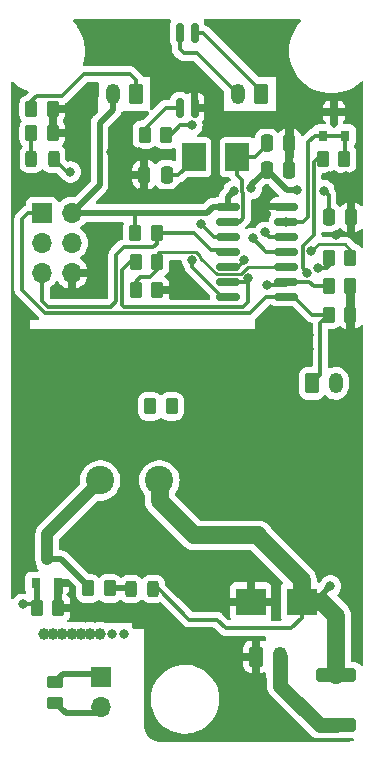
<source format=gbr>
%TF.GenerationSoftware,KiCad,Pcbnew,7.0.5-7.0.5~ubuntu20.04.1*%
%TF.CreationDate,2023-06-23T07:32:12+02:00*%
%TF.ProjectId,ModuleV440,4d6f6475-6c65-4563-9434-302e6b696361,rev?*%
%TF.SameCoordinates,Original*%
%TF.FileFunction,Copper,L1,Top*%
%TF.FilePolarity,Positive*%
%FSLAX46Y46*%
G04 Gerber Fmt 4.6, Leading zero omitted, Abs format (unit mm)*
G04 Created by KiCad (PCBNEW 7.0.5-7.0.5~ubuntu20.04.1) date 2023-06-23 07:32:12*
%MOMM*%
%LPD*%
G01*
G04 APERTURE LIST*
G04 Aperture macros list*
%AMRoundRect*
0 Rectangle with rounded corners*
0 $1 Rounding radius*
0 $2 $3 $4 $5 $6 $7 $8 $9 X,Y pos of 4 corners*
0 Add a 4 corners polygon primitive as box body*
4,1,4,$2,$3,$4,$5,$6,$7,$8,$9,$2,$3,0*
0 Add four circle primitives for the rounded corners*
1,1,$1+$1,$2,$3*
1,1,$1+$1,$4,$5*
1,1,$1+$1,$6,$7*
1,1,$1+$1,$8,$9*
0 Add four rect primitives between the rounded corners*
20,1,$1+$1,$2,$3,$4,$5,0*
20,1,$1+$1,$4,$5,$6,$7,0*
20,1,$1+$1,$6,$7,$8,$9,0*
20,1,$1+$1,$8,$9,$2,$3,0*%
G04 Aperture macros list end*
%TA.AperFunction,SMDPad,CuDef*%
%ADD10RoundRect,0.150000X0.150000X-0.662500X0.150000X0.662500X-0.150000X0.662500X-0.150000X-0.662500X0*%
%TD*%
%TA.AperFunction,ComponentPad*%
%ADD11RoundRect,0.250000X0.350000X0.625000X-0.350000X0.625000X-0.350000X-0.625000X0.350000X-0.625000X0*%
%TD*%
%TA.AperFunction,ComponentPad*%
%ADD12O,1.200000X1.750000*%
%TD*%
%TA.AperFunction,SMDPad,CuDef*%
%ADD13RoundRect,0.250000X0.262500X0.450000X-0.262500X0.450000X-0.262500X-0.450000X0.262500X-0.450000X0*%
%TD*%
%TA.AperFunction,ComponentPad*%
%ADD14RoundRect,0.250000X-0.350000X-0.625000X0.350000X-0.625000X0.350000X0.625000X-0.350000X0.625000X0*%
%TD*%
%TA.AperFunction,SMDPad,CuDef*%
%ADD15R,0.800000X0.900000*%
%TD*%
%TA.AperFunction,SMDPad,CuDef*%
%ADD16RoundRect,0.243750X-0.243750X-0.456250X0.243750X-0.456250X0.243750X0.456250X-0.243750X0.456250X0*%
%TD*%
%TA.AperFunction,SMDPad,CuDef*%
%ADD17RoundRect,0.150000X-0.825000X-0.150000X0.825000X-0.150000X0.825000X0.150000X-0.825000X0.150000X0*%
%TD*%
%TA.AperFunction,SMDPad,CuDef*%
%ADD18RoundRect,0.250000X-0.262500X-0.450000X0.262500X-0.450000X0.262500X0.450000X-0.262500X0.450000X0*%
%TD*%
%TA.AperFunction,SMDPad,CuDef*%
%ADD19RoundRect,0.250000X-0.250000X-0.475000X0.250000X-0.475000X0.250000X0.475000X-0.250000X0.475000X0*%
%TD*%
%TA.AperFunction,SMDPad,CuDef*%
%ADD20RoundRect,0.250000X0.250000X0.475000X-0.250000X0.475000X-0.250000X-0.475000X0.250000X-0.475000X0*%
%TD*%
%TA.AperFunction,SMDPad,CuDef*%
%ADD21RoundRect,0.250000X-1.450000X0.312500X-1.450000X-0.312500X1.450000X-0.312500X1.450000X0.312500X0*%
%TD*%
%TA.AperFunction,SMDPad,CuDef*%
%ADD22RoundRect,0.250000X0.450000X-0.262500X0.450000X0.262500X-0.450000X0.262500X-0.450000X-0.262500X0*%
%TD*%
%TA.AperFunction,SMDPad,CuDef*%
%ADD23R,2.500000X2.300000*%
%TD*%
%TA.AperFunction,ComponentPad*%
%ADD24R,1.700000X1.700000*%
%TD*%
%TA.AperFunction,ComponentPad*%
%ADD25O,1.700000X1.700000*%
%TD*%
%TA.AperFunction,SMDPad,CuDef*%
%ADD26R,2.000000X2.400000*%
%TD*%
%TA.AperFunction,ComponentPad*%
%ADD27C,2.400000*%
%TD*%
%TA.AperFunction,ViaPad*%
%ADD28C,1.000000*%
%TD*%
%TA.AperFunction,ViaPad*%
%ADD29C,0.800000*%
%TD*%
%TA.AperFunction,Conductor*%
%ADD30C,0.500000*%
%TD*%
%TA.AperFunction,Conductor*%
%ADD31C,0.300000*%
%TD*%
%TA.AperFunction,Conductor*%
%ADD32C,1.500000*%
%TD*%
%TA.AperFunction,Conductor*%
%ADD33C,0.250000*%
%TD*%
%TA.AperFunction,Conductor*%
%ADD34C,1.250000*%
%TD*%
%TA.AperFunction,Conductor*%
%ADD35C,1.000000*%
%TD*%
G04 APERTURE END LIST*
D10*
%TO.P,U1,1*%
%TO.N,Net-(R5-Pad1)*%
X14390000Y53762500D03*
%TO.P,U1,2*%
%TO.N,GND*%
X15660000Y53762500D03*
%TO.P,U1,3*%
%TO.N,Net-(TX1-Pin_1)*%
X15660000Y60137500D03*
%TO.P,U1,4*%
%TO.N,Net-(TX1-Pin_2)*%
X14390000Y60137500D03*
%TD*%
D11*
%TO.P,RX1,1,Pin_1*%
%TO.N,RXD0*%
X10700000Y54950000D03*
D12*
%TO.P,RX1,2,Pin_2*%
%TO.N,VCC*%
X8700000Y54950000D03*
%TD*%
D13*
%TO.P,R16,1*%
%TO.N,GND*%
X3662500Y53650000D03*
%TO.P,R16,2*%
%TO.N,RXD0*%
X1837500Y53650000D03*
%TD*%
%TO.P,R19,1*%
%TO.N,VREF*%
X13712500Y28500000D03*
%TO.P,R19,2*%
%TO.N,SCK*%
X11887500Y28500000D03*
%TD*%
D14*
%TO.P,EXTTEMP1,1,Pin_1*%
%TO.N,MISO*%
X25600000Y30450000D03*
D12*
%TO.P,EXTTEMP1,2,Pin_2*%
%TO.N,VREF*%
X27600000Y30450000D03*
%TD*%
D11*
%TO.P,TX1,1,Pin_1*%
%TO.N,Net-(TX1-Pin_1)*%
X21300000Y54950000D03*
D12*
%TO.P,TX1,2,Pin_2*%
%TO.N,Net-(TX1-Pin_2)*%
X19300000Y54950000D03*
%TD*%
D15*
%TO.P,Q1,1,G*%
%TO.N,Net-(Q1-G)*%
X2225000Y13550000D03*
%TO.P,Q1,2,S*%
%TO.N,GND*%
X4125000Y13550000D03*
%TO.P,Q1,3,D*%
%TO.N,Net-(Q1-D)*%
X3175000Y15550000D03*
%TD*%
D16*
%TO.P,D4,1,K*%
%TO.N,Net-(D4-K)*%
X1837500Y49450000D03*
%TO.P,D4,2,A*%
%TO.N,Net-(ATTINY841-PA6)*%
X3712500Y49450000D03*
%TD*%
%TO.P,D3,1,K*%
%TO.N,Net-(D3-K)*%
X10262500Y13035000D03*
%TO.P,D3,2,A*%
%TO.N,VCC*%
X12137500Y13035000D03*
%TD*%
D17*
%TO.P,ATTINY841,1,VCC*%
%TO.N,VCC*%
X18475000Y45410000D03*
%TO.P,ATTINY841,2,XTAL1/PB0*%
%TO.N,Net-(ATTINY841-XTAL1{slash}PB0)*%
X18475000Y44140000D03*
%TO.P,ATTINY841,3,XTAL2/PB1*%
%TO.N,Net-(ATTINY841-XTAL2{slash}PB1)*%
X18475000Y42870000D03*
%TO.P,ATTINY841,4,~{RESET}/PB3*%
%TO.N,Net-(ATTINY841-~{RESET}{slash}PB3)*%
X18475000Y41600000D03*
%TO.P,ATTINY841,5,PB2*%
%TO.N,DUMP_LOAD_ENABLE*%
X18475000Y40330000D03*
%TO.P,ATTINY841,6,PA7*%
%TO.N,ENABLE*%
X18475000Y39060000D03*
%TO.P,ATTINY841,7,PA6*%
%TO.N,Net-(ATTINY841-PA6)*%
X18475000Y37790000D03*
%TO.P,ATTINY841,8,PA5*%
%TO.N,MISO*%
X23425000Y37790000D03*
%TO.P,ATTINY841,9,PA4*%
%TO.N,SCK*%
X23425000Y39060000D03*
%TO.P,ATTINY841,10,PA3*%
%TO.N,Net-(ATTINY841-PA3)*%
X23425000Y40330000D03*
%TO.P,ATTINY841,11,PA2*%
%TO.N,RXD0*%
X23425000Y41600000D03*
%TO.P,ATTINY841,12,PA1*%
%TO.N,TXD0*%
X23425000Y42870000D03*
%TO.P,ATTINY841,13,AREF/PA0*%
%TO.N,VREF*%
X23425000Y44140000D03*
%TO.P,ATTINY841,14,GND*%
%TO.N,GND*%
X23425000Y45410000D03*
%TD*%
D18*
%TO.P,R21,1*%
%TO.N,MISO*%
X27012500Y36275000D03*
%TO.P,R21,2*%
%TO.N,GND*%
X28837500Y36275000D03*
%TD*%
%TO.P,R17,1*%
%TO.N,Net-(Q1-D)*%
X6637500Y13080000D03*
%TO.P,R17,2*%
%TO.N,Net-(D3-K)*%
X8462500Y13080000D03*
%TD*%
D13*
%TO.P,R18,1*%
%TO.N,GND*%
X3662500Y51625000D03*
%TO.P,R18,2*%
%TO.N,Net-(D4-K)*%
X1837500Y51625000D03*
%TD*%
D18*
%TO.P,R5,1*%
%TO.N,Net-(R5-Pad1)*%
X11412500Y51500000D03*
%TO.P,R5,2*%
%TO.N,TXD0*%
X13237500Y51500000D03*
%TD*%
%TO.P,R20,1*%
%TO.N,SCK*%
X27012500Y38675000D03*
%TO.P,R20,2*%
%TO.N,GND*%
X28837500Y38675000D03*
%TD*%
D15*
%TO.P,D1,1,FB*%
%TO.N,VREF*%
X26510000Y51410000D03*
%TO.P,D1,2,K*%
X28410000Y51410000D03*
%TO.P,D1,3,A*%
%TO.N,GND*%
X27460000Y53410000D03*
%TD*%
D19*
%TO.P,C4,1*%
%TO.N,Net-(ATTINY841-XTAL1{slash}PB0)*%
X21775000Y50775000D03*
%TO.P,C4,2*%
%TO.N,GND*%
X23675000Y50775000D03*
%TD*%
D20*
%TO.P,C5,1*%
%TO.N,Net-(ATTINY841-XTAL2{slash}PB1)*%
X13295000Y48110000D03*
%TO.P,C5,2*%
%TO.N,GND*%
X11395000Y48110000D03*
%TD*%
D19*
%TO.P,C1,1*%
%TO.N,VCC*%
X21760000Y48540000D03*
%TO.P,C1,2*%
%TO.N,GND*%
X23660000Y48540000D03*
%TD*%
D18*
%TO.P,R14,1*%
%TO.N,Net-(Q1-G)*%
X27012500Y41075000D03*
%TO.P,R14,2*%
%TO.N,DUMP_LOAD_ENABLE*%
X28837500Y41075000D03*
%TD*%
%TO.P,R4,1*%
%TO.N,Net-(ATTINY841-PA3)*%
X10662500Y38325000D03*
%TO.P,R4,2*%
%TO.N,GND*%
X12487500Y38325000D03*
%TD*%
%TO.P,R2,1*%
%TO.N,ENABLE*%
X26507500Y49460000D03*
%TO.P,R2,2*%
%TO.N,VREF*%
X28332500Y49460000D03*
%TD*%
%TO.P,R3,1*%
%TO.N,ENABLE*%
X10662500Y40725000D03*
%TO.P,R3,2*%
%TO.N,Net-(ATTINY841-PA3)*%
X12487500Y40725000D03*
%TD*%
%TO.P,R1,1*%
%TO.N,VCC*%
X10637500Y43210000D03*
%TO.P,R1,2*%
%TO.N,Net-(ATTINY841-~{RESET}{slash}PB3)*%
X12462500Y43210000D03*
%TD*%
D21*
%TO.P,F1,1*%
%TO.N,VCC*%
X27650000Y5787500D03*
%TO.P,F1,2*%
%TO.N,Net-(POWER1-Pin_2)*%
X27650000Y1512500D03*
%TD*%
D18*
%TO.P,R15,1*%
%TO.N,Net-(Q1-G)*%
X2287500Y11450000D03*
%TO.P,R15,2*%
%TO.N,GND*%
X4112500Y11450000D03*
%TD*%
D19*
%TO.P,C2,1*%
%TO.N,VCC*%
X26995000Y44500000D03*
%TO.P,C2,2*%
%TO.N,GND*%
X28895000Y44500000D03*
%TD*%
D22*
%TO.P,R23,1*%
%TO.N,VREF*%
X3870000Y3367500D03*
%TO.P,R23,2*%
%TO.N,MISO*%
X3870000Y5192500D03*
%TD*%
D23*
%TO.P,D2,1,A1*%
%TO.N,VCC*%
X24700000Y11950000D03*
%TO.P,D2,2,A2*%
%TO.N,GND*%
X20400000Y11950000D03*
%TD*%
D24*
%TO.P,REMOTE1,1,Pin_1*%
%TO.N,MISO*%
X7750000Y5575000D03*
D25*
%TO.P,REMOTE1,2,Pin_2*%
%TO.N,VREF*%
X7750000Y3035000D03*
%TD*%
D14*
%TO.P,POWER1,1,Pin_1*%
%TO.N,GND*%
X20850000Y7300000D03*
D12*
%TO.P,POWER1,2,Pin_2*%
%TO.N,Net-(POWER1-Pin_2)*%
X22850000Y7300000D03*
%TD*%
D24*
%TO.P,J2,1,MISO*%
%TO.N,MISO*%
X2725000Y44875000D03*
D25*
%TO.P,J2,2,VCC*%
%TO.N,VCC*%
X5265000Y44875000D03*
%TO.P,J2,3,SCK*%
%TO.N,SCK*%
X2725000Y42335000D03*
%TO.P,J2,4,MOSI*%
%TO.N,Net-(ATTINY841-PA6)*%
X5265000Y42335000D03*
%TO.P,J2,5,~{RST}*%
%TO.N,Net-(ATTINY841-~{RESET}{slash}PB3)*%
X2725000Y39795000D03*
%TO.P,J2,6,GND*%
%TO.N,GND*%
X5265000Y39795000D03*
%TD*%
D26*
%TO.P,Y1,1,1*%
%TO.N,Net-(ATTINY841-XTAL2{slash}PB1)*%
X15570000Y49595000D03*
%TO.P,Y1,2,2*%
%TO.N,Net-(ATTINY841-XTAL1{slash}PB0)*%
X19270000Y49595000D03*
%TD*%
D27*
%TO.P,R30,1*%
%TO.N,VCC*%
X12660000Y22225000D03*
%TO.P,R30,2*%
%TO.N,Net-(Q1-D)*%
X7660000Y22225000D03*
%TD*%
D28*
%TO.N,*%
X2893333Y9250000D03*
X3674444Y9250000D03*
X4455555Y9250000D03*
X5236666Y9250000D03*
X6017777Y9250000D03*
X6800000Y9250000D03*
X7600000Y9250000D03*
D29*
%TO.N,GND*%
X11250000Y59425000D03*
X9730000Y50010000D03*
X10980000Y50010000D03*
X5275000Y53725000D03*
X8555000Y50010000D03*
X21990000Y35510000D03*
X25370000Y33320000D03*
X27740000Y34510000D03*
X26175000Y19550000D03*
X26160000Y18540000D03*
X27200000Y19550000D03*
X15550000Y11645000D03*
X15550000Y12625000D03*
X6090000Y16005000D03*
X7190000Y16005000D03*
X8290000Y16005000D03*
X9440000Y16005000D03*
X15550000Y13605000D03*
X16875000Y12625000D03*
X16875000Y11645000D03*
X16875000Y13605000D03*
X9650000Y46575000D03*
X10900000Y46575000D03*
X8475000Y46575000D03*
X7610000Y39485000D03*
X7610000Y40610000D03*
X23675000Y52350000D03*
X9425000Y59425000D03*
X7600000Y59425000D03*
X5270000Y52810000D03*
X3245000Y47315000D03*
X4420000Y47315000D03*
X14030000Y39690000D03*
X8870000Y43630000D03*
X7940000Y43650000D03*
X23060000Y35520000D03*
X1050000Y36800000D03*
X15550000Y14625000D03*
X16875000Y14625000D03*
X15550000Y15775000D03*
X16875000Y15775000D03*
X25350000Y34510000D03*
X27770000Y33320000D03*
X28460000Y48000000D03*
X27010000Y48000000D03*
X24500000Y55150000D03*
X21480000Y45270000D03*
X27600000Y42980000D03*
%TO.N,VCC*%
X26590000Y46770000D03*
X20460000Y46960000D03*
X27150000Y13275000D03*
X18999988Y46760000D03*
X24340000Y46800000D03*
%TO.N,RXD0*%
X20560000Y42720000D03*
%TO.N,ENABLE*%
X25200000Y39780000D03*
X20200000Y39350010D03*
%TO.N,TXD0*%
X21600000Y43230000D03*
X15420000Y52310000D03*
%TO.N,Net-(ATTINY841-PA6)*%
X15460000Y40870000D03*
X5130000Y48340000D03*
%TO.N,DUMP_LOAD_ENABLE*%
X25545250Y41620141D03*
X19830000Y40910000D03*
%TO.N,Net-(ATTINY841-XTAL2{slash}PB1)*%
X15570000Y49595000D03*
X16220000Y43910000D03*
%TO.N,Net-(Q1-G)*%
X26062139Y40179047D03*
X1100000Y11740000D03*
%TO.N,VREF*%
X13712500Y28500014D03*
X23425000Y44140000D03*
X9644988Y9230000D03*
%TO.N,SCK*%
X21820000Y38800000D03*
X11855766Y28531734D03*
%TO.N,MISO*%
X8650000Y9240000D03*
%TD*%
D30*
%TO.N,GND*%
X4112500Y13537500D02*
X4125000Y13550000D01*
D31*
X3662500Y53650000D02*
X3662500Y51625000D01*
D30*
X4112500Y11450000D02*
X4112500Y13537500D01*
D31*
X15650000Y53785000D02*
X15665000Y53800000D01*
%TO.N,VCC*%
X10637500Y44777500D02*
X10740000Y44880000D01*
D30*
X18475000Y45410000D02*
X18455000Y45390000D01*
X5265000Y44875000D02*
X5740000Y45350000D01*
D32*
X15632612Y17574990D02*
X12700000Y20507602D01*
D31*
X17550000Y10450000D02*
X18300000Y9700000D01*
D32*
X26450000Y11950000D02*
X24700000Y11950000D01*
D31*
X15200000Y10450000D02*
X17550000Y10450000D01*
X12615000Y13035000D02*
X15200000Y10450000D01*
D30*
X24700000Y11950000D02*
X25825000Y11950000D01*
D32*
X27650000Y10750000D02*
X26450000Y11950000D01*
D30*
X18455000Y45390000D02*
X17210000Y45390000D01*
X8700000Y53600000D02*
X8700000Y54950000D01*
D31*
X10637500Y43210000D02*
X10637500Y44777500D01*
X26995000Y44500000D02*
X26995000Y46365000D01*
D30*
X21760000Y48540000D02*
X20460000Y47240000D01*
X7600000Y47210000D02*
X7600000Y52500000D01*
X16700000Y44880000D02*
X10740000Y44880000D01*
D32*
X24725000Y13800000D02*
X24725000Y11975000D01*
D30*
X18475000Y45410000D02*
X18475000Y46235012D01*
X10740000Y44880000D02*
X5270000Y44880000D01*
X20460000Y47240000D02*
X20460000Y46960000D01*
D32*
X21024990Y17574990D02*
X21024990Y17500010D01*
D31*
X23850000Y9700000D02*
X24700000Y10550000D01*
D30*
X25825000Y11950000D02*
X27150000Y13275000D01*
D31*
X18300000Y9700000D02*
X23850000Y9700000D01*
D30*
X21760000Y48540000D02*
X23500000Y46800000D01*
D32*
X12700000Y20507602D02*
X12700000Y22225000D01*
D30*
X5270000Y44880000D02*
X5265000Y44875000D01*
D32*
X21024990Y17574990D02*
X15632612Y17574990D01*
D30*
X5265000Y44875000D02*
X7600000Y47210000D01*
D31*
X12137500Y13035000D02*
X12615000Y13035000D01*
D30*
X18475000Y46235012D02*
X18999988Y46760000D01*
D31*
X24700000Y10550000D02*
X24700000Y11950000D01*
D32*
X27650000Y5787500D02*
X27650000Y10750000D01*
D30*
X18250000Y45410000D02*
X18475000Y45410000D01*
D31*
X26995000Y46365000D02*
X26590000Y46770000D01*
D30*
X7600000Y52500000D02*
X8700000Y53600000D01*
D32*
X21024990Y17500010D02*
X24725000Y13800000D01*
X24725000Y11975000D02*
X24700000Y11950000D01*
D30*
X17210000Y45390000D02*
X16700000Y44880000D01*
X23500000Y46800000D02*
X24340000Y46800000D01*
D31*
X6467081Y44875000D02*
X5265000Y44875000D01*
%TO.N,RXD0*%
X10150000Y56650000D02*
X6300000Y56650000D01*
X4450000Y54800000D02*
X2287500Y54800000D01*
X10700000Y56100000D02*
X10150000Y56650000D01*
X6300000Y56650000D02*
X4450000Y54800000D01*
X21680000Y41600000D02*
X20560000Y42720000D01*
X2287500Y54800000D02*
X1837500Y54350000D01*
X1837500Y54350000D02*
X1837500Y53650000D01*
X10700000Y54950000D02*
X10700000Y56100000D01*
X23650000Y41600000D02*
X21680000Y41600000D01*
%TO.N,ENABLE*%
X9695000Y36880000D02*
X19730000Y36880000D01*
X25730000Y49195000D02*
X25730000Y43016002D01*
X9475000Y37100000D02*
X9695000Y36880000D01*
X24800001Y42086003D02*
X24800001Y40179999D01*
X19909990Y39060000D02*
X20200000Y39350010D01*
X10150000Y40725000D02*
X9475000Y40050000D01*
X10662500Y40725000D02*
X10150000Y40725000D01*
X20200000Y37350000D02*
X20200000Y39350010D01*
X19730000Y36880000D02*
X20200000Y37350000D01*
X26507500Y49460000D02*
X25995000Y49460000D01*
X18475000Y39060000D02*
X19909990Y39060000D01*
X9475000Y40050000D02*
X9475000Y37100000D01*
X10825000Y40725000D02*
X10275000Y40725000D01*
X24800001Y40179999D02*
X25200000Y39780000D01*
X25730000Y43016002D02*
X24800001Y42086003D01*
X25995000Y49460000D02*
X25730000Y49195000D01*
%TO.N,Net-(R5-Pad1)*%
X14385000Y53800000D02*
X13225000Y53800000D01*
X11412500Y51987500D02*
X11412500Y51500000D01*
X13225000Y53800000D02*
X11412500Y51987500D01*
%TO.N,TXD0*%
X23425000Y42870000D02*
X21960000Y42870000D01*
X14420000Y52290000D02*
X15400000Y52290000D01*
X21960000Y42870000D02*
X21600000Y43230000D01*
X23650000Y42870000D02*
X23444315Y42870000D01*
X13630000Y51500000D02*
X14420000Y52290000D01*
X13237500Y51500000D02*
X13630000Y51500000D01*
X15400000Y52290000D02*
X15420000Y52310000D01*
%TO.N,Net-(ATTINY841-PA3)*%
X11887500Y39425000D02*
X12487500Y40025000D01*
D33*
X20210988Y40330000D02*
X19560988Y39680000D01*
X12607501Y41545001D02*
X12487500Y41425000D01*
D31*
X10662500Y38325000D02*
X10662500Y39025000D01*
D33*
X12487500Y41425000D02*
X12487500Y40725000D01*
D31*
X11062500Y39425000D02*
X11887500Y39425000D01*
X10662500Y39025000D02*
X11062500Y39425000D01*
D33*
X19560988Y39680000D02*
X17529002Y39680000D01*
X16135001Y41194001D02*
X15784001Y41545001D01*
D31*
X12487500Y40025000D02*
X12487500Y40725000D01*
D33*
X17529002Y39680000D02*
X16135001Y41074001D01*
X15784001Y41545001D02*
X12607501Y41545001D01*
X23650000Y40330000D02*
X20210988Y40330000D01*
X16135001Y41074001D02*
X16135001Y41194001D01*
D31*
%TO.N,Net-(ATTINY841-PA6)*%
X18250000Y37790000D02*
X17974315Y37790000D01*
X3712500Y49450000D02*
X4822500Y48340000D01*
X15460000Y40304315D02*
X15460000Y40870000D01*
X17974315Y37790000D02*
X15460000Y40304315D01*
X4822500Y48340000D02*
X5130000Y48340000D01*
D33*
%TO.N,DUMP_LOAD_ENABLE*%
X19250000Y40330000D02*
X19830000Y40910000D01*
X28837500Y41075000D02*
X28837500Y41775000D01*
X28392500Y42220000D02*
X26145109Y42220000D01*
X28837500Y41775000D02*
X28392500Y42220000D01*
X26145109Y42220000D02*
X25545250Y41620141D01*
X18250000Y40330000D02*
X19250000Y40330000D01*
D31*
%TO.N,Net-(ATTINY841-~{RESET}{slash}PB3)*%
X9010000Y41340000D02*
X9630000Y41960000D01*
X9630000Y41960000D02*
X12150000Y41960000D01*
X17010000Y41760000D02*
X18090000Y41760000D01*
X12150000Y41960000D02*
X12462500Y42272500D01*
X3200000Y36950000D02*
X8580000Y36950000D01*
X2725000Y37425000D02*
X3200000Y36950000D01*
X8580000Y36950000D02*
X9010000Y37380000D01*
X12462500Y43210000D02*
X15560000Y43210000D01*
X9010000Y37380000D02*
X9010000Y41340000D01*
X18090000Y41760000D02*
X18250000Y41600000D01*
X2725000Y39795000D02*
X2725000Y37425000D01*
X12462500Y42272500D02*
X12462500Y43210000D01*
X15560000Y43210000D02*
X17010000Y41760000D01*
%TO.N,Net-(ATTINY841-XTAL2{slash}PB1)*%
X13295000Y48110000D02*
X14085000Y48110000D01*
X14100000Y48095000D02*
X14270000Y48095000D01*
X14270000Y48095000D02*
X15570000Y49395000D01*
X15570000Y49395000D02*
X15570000Y49595000D01*
X14085000Y48110000D02*
X14100000Y48095000D01*
X17260000Y42870000D02*
X16220000Y43910000D01*
X18475000Y42870000D02*
X17260000Y42870000D01*
%TO.N,Net-(ATTINY841-XTAL1{slash}PB0)*%
X19699998Y47665002D02*
X19699998Y46623998D01*
X19450000Y44140000D02*
X18475000Y44140000D01*
X19270000Y49595000D02*
X19270000Y48095000D01*
X20745000Y49595000D02*
X19270000Y49595000D01*
X19270000Y48095000D02*
X19699998Y47665002D01*
X19779998Y46543998D02*
X19779998Y44469998D01*
X21775000Y50625000D02*
X20745000Y49595000D01*
X19699998Y46623998D02*
X19779998Y46543998D01*
X21775000Y50775000D02*
X21775000Y50625000D01*
X19779998Y44469998D02*
X19450000Y44140000D01*
D30*
%TO.N,Net-(D3-K)*%
X8462500Y13080000D02*
X10217500Y13080000D01*
X10217500Y13080000D02*
X10262500Y13035000D01*
D31*
%TO.N,Net-(D4-K)*%
X1837500Y51625000D02*
X1837500Y49450000D01*
D34*
%TO.N,Net-(POWER1-Pin_2)*%
X26237500Y1512500D02*
X22900000Y4850000D01*
X22900000Y4850000D02*
X22900000Y7250000D01*
X27650000Y1512500D02*
X26237500Y1512500D01*
X22900000Y7250000D02*
X22850000Y7300000D01*
D31*
%TO.N,Net-(Q1-G)*%
X1997500Y11740000D02*
X2287500Y11450000D01*
X27012500Y41075000D02*
X27012500Y40375000D01*
D30*
X2287500Y13487500D02*
X2225000Y13550000D01*
X2287500Y11450000D02*
X2287500Y13487500D01*
D31*
X27012500Y40375000D02*
X26816547Y40179047D01*
X1100000Y11740000D02*
X1997500Y11740000D01*
X26816547Y40179047D02*
X26062139Y40179047D01*
D30*
%TO.N,Net-(Q1-D)*%
X6637500Y13262500D02*
X4350000Y15550000D01*
X4350000Y15550000D02*
X3175000Y15550000D01*
D35*
X7700000Y22225000D02*
X3175000Y17700000D01*
X3175000Y17700000D02*
X3175000Y15550000D01*
D30*
X6637500Y13080000D02*
X6637500Y13262500D01*
D31*
%TO.N,Net-(TX1-Pin_2)*%
X14385000Y58740000D02*
X14385000Y60100000D01*
X14725000Y58400000D02*
X14385000Y58740000D01*
X19300000Y54950000D02*
X15850000Y58400000D01*
X15850000Y58400000D02*
X14725000Y58400000D01*
%TO.N,VREF*%
X25250000Y50850000D02*
X25810000Y51410000D01*
X23425000Y44140000D02*
X24850000Y44140000D01*
X23650000Y44140000D02*
X23083588Y44140000D01*
X28410000Y49537500D02*
X28332500Y49460000D01*
D30*
X4737500Y2500000D02*
X7215000Y2500000D01*
D31*
X25250000Y44540000D02*
X25250000Y50850000D01*
X26510000Y51410000D02*
X28410000Y51410000D01*
X28410000Y51410000D02*
X28410000Y49537500D01*
X25810000Y51410000D02*
X26510000Y51410000D01*
D30*
X7215000Y2500000D02*
X7750000Y3035000D01*
D31*
X24850000Y44140000D02*
X25250000Y44540000D01*
D30*
X3870000Y3367500D02*
X4737500Y2500000D01*
D31*
%TO.N,SCK*%
X24215657Y39060000D02*
X23649984Y39060000D01*
X23649984Y39060000D02*
X25365000Y39060000D01*
X23649984Y39060000D02*
X23389984Y38800000D01*
X23389984Y38800000D02*
X21820000Y38800000D01*
X25365000Y39060000D02*
X25750000Y38675000D01*
X25750000Y38675000D02*
X27012500Y38675000D01*
%TO.N,MISO*%
X24060000Y37790000D02*
X25575000Y36275000D01*
D30*
X4527500Y5850000D02*
X7475000Y5850000D01*
X3870000Y5192500D02*
X4527500Y5850000D01*
D31*
X21720000Y37790000D02*
X24060000Y37790000D01*
D30*
X7475000Y5850000D02*
X7750000Y5575000D01*
D31*
X25575000Y36275000D02*
X27012500Y36275000D01*
X25600000Y30450000D02*
X25450000Y30450000D01*
X26300000Y31150000D02*
X25600000Y30450000D01*
X1050000Y44350000D02*
X1050000Y38375000D01*
X26300000Y35562500D02*
X26300000Y31150000D01*
X2725000Y44875000D02*
X1575000Y44875000D01*
X2995000Y36430000D02*
X20360000Y36430000D01*
X1050000Y38375000D02*
X2995000Y36430000D01*
X1575000Y44875000D02*
X1050000Y44350000D01*
X20360000Y36430000D02*
X21720000Y37790000D01*
X27012500Y36275000D02*
X26300000Y35562500D01*
%TO.N,Net-(TX1-Pin_1)*%
X21300000Y55200000D02*
X16400000Y60100000D01*
X21300000Y54950000D02*
X21300000Y55200000D01*
X16400000Y60100000D02*
X15665000Y60100000D01*
%TD*%
%TA.AperFunction,Conductor*%
%TO.N,GND*%
G36*
X4943250Y13879998D02*
G01*
X4964224Y13863095D01*
X5579595Y13247724D01*
X5613621Y13185412D01*
X5616500Y13158629D01*
X5616500Y12579456D01*
X5627112Y12475575D01*
X5682885Y12307262D01*
X5775970Y12156348D01*
X5775975Y12156342D01*
X5901341Y12030976D01*
X5901347Y12030971D01*
X5901348Y12030970D01*
X6052262Y11937885D01*
X6220574Y11882113D01*
X6324455Y11871500D01*
X6950544Y11871501D01*
X7054426Y11882113D01*
X7222738Y11937885D01*
X7373652Y12030970D01*
X7397108Y12054426D01*
X7460905Y12118222D01*
X7523217Y12152248D01*
X7594032Y12147183D01*
X7639095Y12118222D01*
X7726341Y12030976D01*
X7726347Y12030971D01*
X7726348Y12030970D01*
X7877262Y11937885D01*
X8045574Y11882113D01*
X8149455Y11871500D01*
X8775544Y11871501D01*
X8879426Y11882113D01*
X9047738Y11937885D01*
X9198652Y12030970D01*
X9222108Y12054426D01*
X9261575Y12093892D01*
X9323887Y12127918D01*
X9394702Y12122853D01*
X9439765Y12093892D01*
X9548995Y11984662D01*
X9549001Y11984657D01*
X9549002Y11984656D01*
X9698671Y11892339D01*
X9865596Y11837026D01*
X9968625Y11826500D01*
X10556374Y11826501D01*
X10659404Y11837026D01*
X10826329Y11892339D01*
X10975998Y11984656D01*
X11100344Y12109002D01*
X11100348Y12109010D01*
X11101162Y12110037D01*
X11101908Y12110566D01*
X11105534Y12114191D01*
X11106153Y12113572D01*
X11159102Y12151067D01*
X11230027Y12154259D01*
X11291418Y12118599D01*
X11298838Y12110037D01*
X11299661Y12108996D01*
X11423995Y11984662D01*
X11424001Y11984657D01*
X11424002Y11984656D01*
X11573671Y11892339D01*
X11740596Y11837026D01*
X11843625Y11826500D01*
X12431374Y11826501D01*
X12534404Y11837026D01*
X12701329Y11892339D01*
X12701336Y11892344D01*
X12706659Y11894825D01*
X12776850Y11905491D01*
X12841664Y11876515D01*
X12849011Y11869729D01*
X14673125Y10045615D01*
X14683338Y10032869D01*
X14683531Y10033028D01*
X14688583Y10026921D01*
X14740978Y9977719D01*
X14742367Y9976373D01*
X14763667Y9955073D01*
X14763675Y9955067D01*
X14769517Y9950535D01*
X14774033Y9946678D01*
X14809867Y9913028D01*
X14828669Y9902692D01*
X14845175Y9891849D01*
X14862132Y9878696D01*
X14907254Y9859171D01*
X14912580Y9856561D01*
X14955659Y9832877D01*
X14955663Y9832876D01*
X14976432Y9827544D01*
X14995134Y9821141D01*
X15014824Y9812620D01*
X15063395Y9804928D01*
X15069189Y9803729D01*
X15116812Y9791500D01*
X15138259Y9791500D01*
X15157967Y9789950D01*
X15179152Y9786594D01*
X15216880Y9790161D01*
X15228094Y9791220D01*
X15234027Y9791500D01*
X17225050Y9791500D01*
X17293171Y9771498D01*
X17314145Y9754595D01*
X17773125Y9295615D01*
X17783338Y9282869D01*
X17783531Y9283028D01*
X17788583Y9276921D01*
X17788584Y9276920D01*
X17810514Y9256326D01*
X17840978Y9227719D01*
X17842367Y9226373D01*
X17863667Y9205073D01*
X17863675Y9205067D01*
X17869517Y9200535D01*
X17874033Y9196678D01*
X17909867Y9163028D01*
X17928669Y9152692D01*
X17945175Y9141849D01*
X17962132Y9128696D01*
X18007269Y9109163D01*
X18012569Y9106567D01*
X18055663Y9082876D01*
X18069950Y9079208D01*
X18076429Y9077544D01*
X18095132Y9071141D01*
X18099886Y9069084D01*
X18114823Y9062620D01*
X18163399Y9054927D01*
X18169191Y9053727D01*
X18171294Y9053187D01*
X18216811Y9041500D01*
X18216812Y9041500D01*
X18238258Y9041500D01*
X18257967Y9039949D01*
X18262507Y9039231D01*
X18279152Y9036594D01*
X18316880Y9040161D01*
X18328094Y9041220D01*
X18334027Y9041500D01*
X21551549Y9041500D01*
X21619670Y9021498D01*
X21666163Y8967842D01*
X21677545Y8916355D01*
X21677937Y8858444D01*
X21678736Y8740235D01*
X21659195Y8671981D01*
X21605855Y8625127D01*
X21535650Y8614548D01*
X21513107Y8619779D01*
X21354324Y8672394D01*
X21354318Y8672395D01*
X21250516Y8683000D01*
X21200000Y8683000D01*
X21200000Y7445465D01*
X21198163Y7452719D01*
X21129711Y7557492D01*
X21030948Y7634363D01*
X20912576Y7675000D01*
X20818927Y7675000D01*
X20726554Y7659586D01*
X20616486Y7600019D01*
X20531722Y7507941D01*
X20481449Y7393330D01*
X20471114Y7268605D01*
X20501837Y7147281D01*
X20570289Y7042508D01*
X20669052Y6965637D01*
X20787424Y6925000D01*
X20881073Y6925000D01*
X20973446Y6940414D01*
X21083514Y6999981D01*
X21168278Y7092059D01*
X21200000Y7164378D01*
X21200000Y5917000D01*
X21250517Y5917000D01*
X21250516Y5917001D01*
X21354318Y5927606D01*
X21354321Y5927607D01*
X21529491Y5985651D01*
X21530245Y5983375D01*
X21589074Y5992327D01*
X21653895Y5963365D01*
X21692768Y5903956D01*
X21698164Y5868318D01*
X21700321Y5549475D01*
X21700323Y5549476D01*
X21729232Y5520800D01*
X21763510Y5458626D01*
X21766500Y5431342D01*
X21766500Y4955161D01*
X21764755Y4934264D01*
X21764244Y4931231D01*
X21766482Y4837273D01*
X21766500Y4835774D01*
X21766500Y4795997D01*
X21767571Y4784785D01*
X21767838Y4780298D01*
X21769397Y4714818D01*
X21769397Y4714817D01*
X21777252Y4678707D01*
X21778407Y4671300D01*
X21781920Y4634510D01*
X21781920Y4634507D01*
X21800372Y4571668D01*
X21801484Y4567310D01*
X21815409Y4503297D01*
X21829956Y4469327D01*
X21832493Y4462271D01*
X21842905Y4426811D01*
X21842907Y4426807D01*
X21842908Y4426804D01*
X21861586Y4390573D01*
X21872923Y4368583D01*
X21874840Y4364515D01*
X21900625Y4304302D01*
X21900628Y4304297D01*
X21921343Y4273688D01*
X21925165Y4267248D01*
X21942102Y4234396D01*
X21942104Y4234393D01*
X21942105Y4234392D01*
X21982586Y4182917D01*
X21985239Y4179284D01*
X22021960Y4125029D01*
X22048092Y4098897D01*
X22053064Y4093296D01*
X22075916Y4064237D01*
X22125430Y4021333D01*
X22128707Y4018282D01*
X23771516Y2375473D01*
X25361630Y785359D01*
X25375171Y769352D01*
X25376959Y766841D01*
X25445021Y701944D01*
X25446051Y700938D01*
X25474176Y672813D01*
X25482864Y665640D01*
X25486206Y662675D01*
X25533630Y617456D01*
X25564726Y597471D01*
X25570768Y593060D01*
X25599275Y569523D01*
X25656778Y538124D01*
X25660629Y535838D01*
X25696144Y513015D01*
X25715738Y500422D01*
X25744058Y489085D01*
X25750040Y486690D01*
X25756821Y483496D01*
X25789268Y465778D01*
X25803336Y461281D01*
X25851676Y445828D01*
X25855910Y444306D01*
X25916695Y419971D01*
X25916697Y419971D01*
X25916704Y419968D01*
X25953002Y412973D01*
X25960240Y411126D01*
X25995462Y399866D01*
X26060524Y392087D01*
X26064918Y391402D01*
X26129264Y379000D01*
X26166217Y379000D01*
X26173703Y378554D01*
X26175858Y378297D01*
X26210403Y374166D01*
X26262174Y377869D01*
X26275747Y378839D01*
X26280243Y379000D01*
X27703994Y379000D01*
X27703996Y379000D01*
X27865492Y394421D01*
X28008449Y436398D01*
X28043946Y441501D01*
X29022035Y441501D01*
X29090156Y421499D01*
X29136649Y367843D01*
X29146753Y297569D01*
X29117259Y232989D01*
X29070252Y199092D01*
X28949356Y149016D01*
X28930553Y142906D01*
X28732483Y95354D01*
X28712955Y92261D01*
X28502464Y75694D01*
X28497518Y75500D01*
X12777482Y75500D01*
X12772536Y75694D01*
X12562044Y92261D01*
X12542516Y95354D01*
X12344446Y142906D01*
X12325642Y149016D01*
X12137454Y226966D01*
X12119837Y235942D01*
X11946150Y342377D01*
X11930155Y353999D01*
X11901071Y378839D01*
X11775264Y486288D01*
X11761285Y500267D01*
X11715882Y553427D01*
X11628997Y655158D01*
X11617376Y671151D01*
X11599148Y700896D01*
X11510941Y844838D01*
X11501965Y862455D01*
X11454837Y976231D01*
X11424014Y1050644D01*
X11417905Y1069447D01*
X11370353Y1267517D01*
X11367260Y1287045D01*
X11350694Y1497538D01*
X11350500Y1502483D01*
X11350500Y3786103D01*
X11935673Y3786103D01*
X11940779Y3613888D01*
X11945875Y3441988D01*
X11945875Y3441987D01*
X11996701Y3101515D01*
X11996702Y3101508D01*
X12087448Y2769416D01*
X12087449Y2769414D01*
X12216826Y2450404D01*
X12216828Y2450401D01*
X12383034Y2148921D01*
X12383036Y2148917D01*
X12383038Y2148915D01*
X12583725Y1869221D01*
X12583726Y1869220D01*
X12583730Y1869215D01*
X12816099Y1615209D01*
X13076880Y1390469D01*
X13362410Y1198149D01*
X13668683Y1040950D01*
X13991399Y921078D01*
X14326027Y840217D01*
X14667870Y799500D01*
X14667876Y799500D01*
X14925980Y799500D01*
X14925990Y799500D01*
X15183655Y814791D01*
X15522486Y875687D01*
X15851736Y976231D01*
X16063349Y1069447D01*
X16166766Y1115002D01*
X16166772Y1115005D01*
X16166773Y1115006D01*
X16166783Y1115010D01*
X16463206Y1290076D01*
X16736842Y1498973D01*
X16983851Y1738767D01*
X17200764Y2006093D01*
X17384538Y2297198D01*
X17532592Y2607994D01*
X17642848Y2934120D01*
X17713758Y3270998D01*
X17744327Y3613897D01*
X17734125Y3958006D01*
X17724890Y4019866D01*
X17683298Y4298486D01*
X17683297Y4298493D01*
X17648235Y4426804D01*
X17592554Y4630577D01*
X17590959Y4634510D01*
X17463173Y4949597D01*
X17434646Y5001342D01*
X17296966Y5251079D01*
X17247101Y5320575D01*
X17096274Y5530780D01*
X17096273Y5530781D01*
X17096272Y5530782D01*
X17096270Y5530785D01*
X16863901Y5784791D01*
X16603120Y6009531D01*
X16317590Y6201851D01*
X16011317Y6359050D01*
X15785387Y6442971D01*
X15688599Y6478923D01*
X15353975Y6559783D01*
X15353969Y6559784D01*
X15183853Y6580046D01*
X15012130Y6600500D01*
X14754010Y6600500D01*
X14496345Y6585209D01*
X14496341Y6585209D01*
X14496336Y6585208D01*
X14157511Y6524313D01*
X13828268Y6423771D01*
X13828255Y6423766D01*
X13513233Y6284999D01*
X13513227Y6284996D01*
X13216793Y6109924D01*
X12943154Y5901024D01*
X12696151Y5661237D01*
X12479237Y5393910D01*
X12295462Y5102802D01*
X12295454Y5102788D01*
X12147410Y4792014D01*
X12147406Y4792002D01*
X12037150Y4465875D01*
X12037149Y4465870D01*
X11966241Y4129004D01*
X11966241Y4129000D01*
X11935673Y3786115D01*
X11935673Y3786110D01*
X11935673Y3786105D01*
X11935673Y3786103D01*
X11350500Y3786103D01*
X11350500Y6950000D01*
X19742000Y6950000D01*
X19742000Y6624484D01*
X19752605Y6520682D01*
X19752606Y6520679D01*
X19808342Y6352475D01*
X19901365Y6201661D01*
X19901370Y6201655D01*
X20026654Y6076371D01*
X20026660Y6076366D01*
X20177474Y5983343D01*
X20345678Y5927607D01*
X20345681Y5927606D01*
X20449483Y5917001D01*
X20449483Y5917000D01*
X20500000Y5917000D01*
X20500000Y6950000D01*
X19742000Y6950000D01*
X11350500Y6950000D01*
X11350500Y7650000D01*
X19742000Y7650000D01*
X20500000Y7650000D01*
X20500000Y8683000D01*
X20449483Y8683000D01*
X20345681Y8672395D01*
X20345678Y8672394D01*
X20177474Y8616658D01*
X20026660Y8523635D01*
X20026654Y8523630D01*
X19901370Y8398346D01*
X19901365Y8398340D01*
X19808342Y8247526D01*
X19752606Y8079322D01*
X19752605Y8079319D01*
X19742000Y7975517D01*
X19742000Y7650000D01*
X11350500Y7650000D01*
X11350500Y9534471D01*
X11352414Y9556352D01*
X11354122Y9566045D01*
X11354124Y9566048D01*
X11352414Y9575747D01*
X11351249Y9589060D01*
X11350500Y9593308D01*
X11350500Y9593312D01*
X11350498Y9593317D01*
X11349748Y9597572D01*
X11346290Y9610478D01*
X11344581Y9620171D01*
X11344581Y9620172D01*
X11344579Y9620173D01*
X11341062Y9626265D01*
X11336549Y9631645D01*
X11328016Y9636571D01*
X11310025Y9649169D01*
X11302479Y9655501D01*
X11295881Y9657903D01*
X11288952Y9659125D01*
X11279254Y9657414D01*
X11257375Y9655500D01*
X10521117Y9655500D01*
X10452996Y9675502D01*
X10411998Y9718500D01*
X10384030Y9766941D01*
X10384029Y9766942D01*
X10384028Y9766944D01*
X10359784Y9793870D01*
X10329068Y9857875D01*
X10327421Y9878211D01*
X10327421Y9878698D01*
X10327500Y10192500D01*
X10327498Y10192501D01*
X10327499Y10192501D01*
X7974498Y10195893D01*
X7938105Y10201318D01*
X7797694Y10243910D01*
X7600003Y10263380D01*
X7599997Y10263380D01*
X7402305Y10243910D01*
X7265439Y10202393D01*
X7228682Y10196968D01*
X7170677Y10197052D01*
X7134284Y10202477D01*
X6997694Y10243910D01*
X6800003Y10263380D01*
X6799997Y10263380D01*
X6602304Y10243910D01*
X6469222Y10203541D01*
X6432466Y10198116D01*
X6384715Y10198185D01*
X6348323Y10203610D01*
X6215478Y10243908D01*
X6215477Y10243909D01*
X6215471Y10243910D01*
X6017780Y10263380D01*
X6017774Y10263380D01*
X5820080Y10243910D01*
X5690699Y10204664D01*
X5653943Y10199239D01*
X5599877Y10199317D01*
X5563485Y10204742D01*
X5434361Y10243910D01*
X5236669Y10263380D01*
X5236663Y10263380D01*
X5038967Y10243909D01*
X5020669Y10238359D01*
X4949675Y10237728D01*
X4889611Y10275580D01*
X4859546Y10339897D01*
X4869025Y10410258D01*
X4895004Y10448031D01*
X4973634Y10526661D01*
X5066657Y10677475D01*
X5122393Y10845679D01*
X5122394Y10845682D01*
X5132999Y10949484D01*
X5133000Y10949484D01*
X5133000Y11100000D01*
X3888500Y11100000D01*
X3820379Y11120002D01*
X3773886Y11173658D01*
X3762500Y11226000D01*
X3762500Y11800000D01*
X4462500Y11800000D01*
X5133000Y11800000D01*
X5133000Y11950517D01*
X5122394Y12054319D01*
X5122393Y12054322D01*
X5066657Y12222526D01*
X4973634Y12373340D01*
X4973629Y12373346D01*
X4848345Y12498630D01*
X4842584Y12503185D01*
X4844314Y12505374D01*
X4805440Y12548619D01*
X4794057Y12618698D01*
X4822369Y12683805D01*
X4843573Y12703911D01*
X4887904Y12737097D01*
X4975444Y12854035D01*
X4975444Y12854036D01*
X5026494Y12990907D01*
X5032999Y13051403D01*
X5033000Y13051415D01*
X5033000Y13200000D01*
X4475000Y13200000D01*
X4475000Y12616691D01*
X4462500Y12574120D01*
X4462500Y11800000D01*
X3762500Y11800000D01*
X3762500Y12633309D01*
X3775000Y12675881D01*
X3775000Y13774000D01*
X3795002Y13842121D01*
X3848658Y13888614D01*
X3901000Y13900000D01*
X4875129Y13900000D01*
X4943250Y13879998D01*
G37*
%TD.AperFunction*%
%TA.AperFunction,Conductor*%
G36*
X285600Y55972064D02*
G01*
X292222Y55965901D01*
X337477Y55920646D01*
X337485Y55920639D01*
X337489Y55920635D01*
X360888Y55901687D01*
X630765Y55683144D01*
X630782Y55683132D01*
X809396Y55567140D01*
X947280Y55477597D01*
X1283535Y55306266D01*
X1342361Y55283685D01*
X1520771Y55215199D01*
X1577199Y55172113D01*
X1601375Y55105360D01*
X1585624Y55036132D01*
X1564711Y55008473D01*
X1433111Y54876873D01*
X1420364Y54866659D01*
X1420524Y54866466D01*
X1408313Y54856364D01*
X1407540Y54857298D01*
X1362859Y54828764D01*
X1252264Y54792116D01*
X1101347Y54699030D01*
X1101341Y54699025D01*
X975975Y54573659D01*
X975970Y54573653D01*
X882885Y54422738D01*
X827113Y54254428D01*
X827112Y54254421D01*
X816500Y54150554D01*
X816500Y53149456D01*
X827112Y53045575D01*
X882885Y52877262D01*
X975970Y52726348D01*
X980523Y52720590D01*
X979458Y52719749D01*
X1009745Y52664297D01*
X1004687Y52593480D01*
X979899Y52554903D01*
X980523Y52554410D01*
X975970Y52548653D01*
X882885Y52397738D01*
X827113Y52229428D01*
X827112Y52229421D01*
X816500Y52125554D01*
X816500Y51124456D01*
X827112Y51020575D01*
X882885Y50852262D01*
X975970Y50701348D01*
X975975Y50701342D01*
X1061392Y50615925D01*
X1095418Y50553613D01*
X1090353Y50482798D01*
X1061392Y50437735D01*
X999661Y50376005D01*
X999656Y50375999D01*
X907339Y50226330D01*
X852025Y50059400D01*
X841500Y49956384D01*
X841500Y48943626D01*
X852025Y48840601D01*
X852026Y48840596D01*
X885550Y48739426D01*
X907339Y48673671D01*
X999656Y48524002D01*
X999661Y48523996D01*
X1123995Y48399662D01*
X1124001Y48399657D01*
X1124002Y48399656D01*
X1273671Y48307339D01*
X1440596Y48252026D01*
X1543625Y48241500D01*
X2131374Y48241501D01*
X2234404Y48252026D01*
X2401329Y48307339D01*
X2550998Y48399656D01*
X2675344Y48524002D01*
X2675348Y48524010D01*
X2676162Y48525037D01*
X2676908Y48525566D01*
X2680534Y48529191D01*
X2681153Y48528572D01*
X2734102Y48566067D01*
X2805027Y48569259D01*
X2866418Y48533599D01*
X2873838Y48525037D01*
X2874661Y48523996D01*
X2998995Y48399662D01*
X2999001Y48399657D01*
X2999002Y48399656D01*
X3148671Y48307339D01*
X3315596Y48252026D01*
X3418625Y48241500D01*
X3937549Y48241501D01*
X4005670Y48221499D01*
X4026644Y48204596D01*
X4295625Y47935615D01*
X4305839Y47922868D01*
X4306032Y47923027D01*
X4311083Y47916921D01*
X4328396Y47900663D01*
X4351261Y47871814D01*
X4389114Y47806253D01*
X4390960Y47803056D01*
X4390961Y47803055D01*
X4390965Y47803049D01*
X4518744Y47661136D01*
X4518747Y47661134D01*
X4673248Y47548882D01*
X4847712Y47471206D01*
X5034513Y47431500D01*
X5225487Y47431500D01*
X5412288Y47471206D01*
X5586752Y47548882D01*
X5741253Y47661134D01*
X5754043Y47675339D01*
X5869034Y47803049D01*
X5869035Y47803051D01*
X5869040Y47803056D01*
X5964527Y47968444D01*
X6023542Y48150072D01*
X6043504Y48340000D01*
X6023542Y48529928D01*
X5964527Y48711556D01*
X5869040Y48876944D01*
X5869038Y48876946D01*
X5869034Y48876952D01*
X5741255Y49018865D01*
X5586752Y49131118D01*
X5412288Y49208794D01*
X5225487Y49248500D01*
X5034513Y49248500D01*
X5034511Y49248500D01*
X4945350Y49229549D01*
X4874559Y49234952D01*
X4830059Y49263701D01*
X4745404Y49348356D01*
X4711378Y49410668D01*
X4708499Y49437451D01*
X4708499Y49956375D01*
X4697974Y50059400D01*
X4697974Y50059404D01*
X4642661Y50226329D01*
X4550344Y50375998D01*
X4550343Y50375999D01*
X4550338Y50376005D01*
X4463254Y50463089D01*
X4429228Y50525401D01*
X4434293Y50596216D01*
X4463254Y50641279D01*
X4523629Y50701655D01*
X4523634Y50701661D01*
X4616657Y50852475D01*
X4672393Y51020679D01*
X4672394Y51020682D01*
X4682999Y51124484D01*
X4683000Y51124484D01*
X4683000Y51275000D01*
X3438500Y51275000D01*
X3370379Y51295002D01*
X3323886Y51348658D01*
X3312500Y51401000D01*
X3312500Y53300000D01*
X4012500Y53300000D01*
X4012500Y51975000D01*
X4683000Y51975000D01*
X4683000Y52125517D01*
X4672394Y52229319D01*
X4672393Y52229322D01*
X4616657Y52397526D01*
X4523635Y52548338D01*
X4523577Y52548396D01*
X4523548Y52548448D01*
X4519082Y52554097D01*
X4520046Y52554860D01*
X4489546Y52610705D01*
X4494604Y52681521D01*
X4519633Y52720468D01*
X4519082Y52720903D01*
X4523522Y52726519D01*
X4523577Y52726604D01*
X4523635Y52726663D01*
X4616657Y52877475D01*
X4672393Y53045679D01*
X4672394Y53045682D01*
X4682999Y53149484D01*
X4683000Y53149484D01*
X4683000Y53300000D01*
X4012500Y53300000D01*
X3312500Y53300000D01*
X3312500Y53874000D01*
X3332502Y53942121D01*
X3386158Y53988614D01*
X3438500Y54000000D01*
X4683000Y54000000D01*
X4683000Y54098387D01*
X4703002Y54166508D01*
X4756658Y54213001D01*
X4762620Y54215540D01*
X4769756Y54218365D01*
X4809537Y54247270D01*
X4814487Y54250520D01*
X4824175Y54256250D01*
X4856807Y54275547D01*
X4871977Y54290719D01*
X4887005Y54303553D01*
X4904357Y54316159D01*
X4935702Y54354050D01*
X4939670Y54358412D01*
X6535857Y55954598D01*
X6598167Y55988621D01*
X6624950Y55991500D01*
X7388223Y55991500D01*
X7456344Y55971498D01*
X7502837Y55917842D01*
X7514222Y55864954D01*
X7504104Y53528432D01*
X7483807Y53460399D01*
X7467200Y53439883D01*
X7109225Y53081908D01*
X7095376Y53069938D01*
X7075943Y53055470D01*
X7042007Y53015029D01*
X7038300Y53010983D01*
X7032421Y53005103D01*
X7032414Y53005095D01*
X7012430Y52979823D01*
X7011276Y52978406D01*
X6961964Y52919636D01*
X6957935Y52913509D01*
X6957880Y52913545D01*
X6953825Y52907180D01*
X6953882Y52907145D01*
X6950030Y52900901D01*
X6917609Y52831377D01*
X6916812Y52829730D01*
X6882393Y52761194D01*
X6879882Y52754293D01*
X6879820Y52754316D01*
X6877343Y52747190D01*
X6877404Y52747169D01*
X6875096Y52740205D01*
X6859574Y52665040D01*
X6859178Y52663253D01*
X6841500Y52588659D01*
X6840648Y52581366D01*
X6840581Y52581374D01*
X6839814Y52573874D01*
X6839881Y52573868D01*
X6839241Y52566557D01*
X6841473Y52489826D01*
X6841500Y52487994D01*
X6841500Y47576372D01*
X6821498Y47508251D01*
X6804595Y47487277D01*
X5571904Y46254587D01*
X5509592Y46220561D01*
X5462072Y46219400D01*
X5416577Y46226991D01*
X5377569Y46233500D01*
X5152431Y46233500D01*
X5022779Y46211865D01*
X4930369Y46196445D01*
X4930360Y46196443D01*
X4717428Y46123344D01*
X4717426Y46123342D01*
X4562021Y46039241D01*
X4519426Y46016190D01*
X4519424Y46016189D01*
X4341762Y45877909D01*
X4280754Y45811637D01*
X4219901Y45775067D01*
X4148936Y45777202D01*
X4090391Y45817364D01*
X4069999Y45852943D01*
X4043248Y45924662D01*
X4025889Y45971204D01*
X4025888Y45971206D01*
X4025887Y45971208D01*
X3938261Y46088262D01*
X3821207Y46175888D01*
X3821202Y46175890D01*
X3684204Y46226989D01*
X3684196Y46226991D01*
X3623649Y46233500D01*
X3623638Y46233500D01*
X1826362Y46233500D01*
X1826350Y46233500D01*
X1765803Y46226991D01*
X1765795Y46226989D01*
X1628797Y46175890D01*
X1628792Y46175888D01*
X1511738Y46088262D01*
X1424112Y45971208D01*
X1424110Y45971203D01*
X1373011Y45834205D01*
X1373009Y45834197D01*
X1366500Y45773650D01*
X1366500Y45588601D01*
X1346498Y45520480D01*
X1304635Y45480145D01*
X1292938Y45473228D01*
X1275191Y45464534D01*
X1255248Y45456638D01*
X1255245Y45456636D01*
X1215470Y45427738D01*
X1210508Y45424479D01*
X1168194Y45399454D01*
X1153022Y45384283D01*
X1137996Y45371450D01*
X1120644Y45358843D01*
X1120643Y45358842D01*
X1089299Y45320955D01*
X1085303Y45316564D01*
X645611Y44876873D01*
X632865Y44866660D01*
X633025Y44866467D01*
X626920Y44861417D01*
X577718Y44809023D01*
X576342Y44807603D01*
X555071Y44786332D01*
X550527Y44780475D01*
X546678Y44775969D01*
X513029Y44740135D01*
X513027Y44740133D01*
X502691Y44721333D01*
X491843Y44704820D01*
X478699Y44687874D01*
X478694Y44687865D01*
X459172Y44642753D01*
X456560Y44637423D01*
X432877Y44594340D01*
X432873Y44594330D01*
X427541Y44573564D01*
X421139Y44554864D01*
X412620Y44535180D01*
X412619Y44535176D01*
X404928Y44486616D01*
X403724Y44480803D01*
X391499Y44433190D01*
X391500Y44411742D01*
X389949Y44392033D01*
X386594Y44370850D01*
X386594Y44370848D01*
X391220Y44321906D01*
X391500Y44315973D01*
X391500Y38461611D01*
X389708Y38445380D01*
X389958Y38445356D01*
X389211Y38437464D01*
X391469Y38365642D01*
X391500Y38363663D01*
X391500Y38333570D01*
X392427Y38326224D01*
X392893Y38320310D01*
X394437Y38271171D01*
X394438Y38271168D01*
X400421Y38250571D01*
X404428Y38231220D01*
X407117Y38209940D01*
X407117Y38209938D01*
X425216Y38164222D01*
X427139Y38158606D01*
X440853Y38111403D01*
X440853Y38111402D01*
X451771Y38092942D01*
X460468Y38075189D01*
X468364Y38055245D01*
X468367Y38055240D01*
X481169Y38037621D01*
X497265Y38015468D01*
X500521Y38010510D01*
X502885Y38006512D01*
X525547Y37968193D01*
X540714Y37953026D01*
X553552Y37937995D01*
X566158Y37920644D01*
X604040Y37889305D01*
X608421Y37885319D01*
X1549146Y36944595D01*
X2463146Y36030595D01*
X2497171Y35968283D01*
X2492107Y35897468D01*
X2449560Y35840632D01*
X2383040Y35815821D01*
X2374051Y35815500D01*
X1825530Y35815500D01*
X1803650Y35817414D01*
X1793952Y35819125D01*
X1784254Y35817414D01*
X1770938Y35816250D01*
X1762453Y35814754D01*
X1749539Y35811294D01*
X1739827Y35809581D01*
X1733737Y35806066D01*
X1728354Y35801548D01*
X1723426Y35793013D01*
X1710835Y35775031D01*
X1704499Y35767481D01*
X1702097Y35760881D01*
X1700876Y35753952D01*
X1702586Y35744254D01*
X1704500Y35722376D01*
X1704500Y35185531D01*
X1702587Y35163657D01*
X1700876Y35153952D01*
X1702586Y35144254D01*
X1703750Y35130941D01*
X1705249Y35122441D01*
X1708707Y35109532D01*
X1710418Y35099830D01*
X1713935Y35093738D01*
X1718452Y35088355D01*
X1726982Y35083430D01*
X1744972Y35070833D01*
X1752518Y35064501D01*
X1752519Y35064501D01*
X1752520Y35064500D01*
X1752521Y35064500D01*
X1759123Y35062097D01*
X1766047Y35060876D01*
X1766047Y35060877D01*
X1766048Y35060876D01*
X1775746Y35062587D01*
X1797625Y35064500D01*
X14852520Y35064500D01*
X20635778Y35064500D01*
X20644657Y35063872D01*
X20668689Y35060457D01*
X20668692Y35060455D01*
X20675014Y35061789D01*
X20682460Y35062565D01*
X20682457Y35062586D01*
X20693307Y35064500D01*
X20693312Y35064500D01*
X20696617Y35065704D01*
X20705165Y35068148D01*
X20722468Y35071796D01*
X20722470Y35071800D01*
X20724113Y35072821D01*
X20727107Y35074279D01*
X20727845Y35074814D01*
X20730159Y35077206D01*
X20731640Y35078451D01*
X20731645Y35078452D01*
X20740488Y35093771D01*
X20745461Y35101131D01*
X20756374Y35115051D01*
X20756373Y35115054D01*
X20756977Y35116900D01*
X20758332Y35119937D01*
X20758552Y35120819D01*
X20758788Y35124142D01*
X20759124Y35126048D01*
X20756055Y35143450D01*
X20755131Y35152304D01*
X20754023Y35185531D01*
X20736940Y35698049D01*
X20738786Y35724131D01*
X20739122Y35726046D01*
X20739124Y35726048D01*
X20736052Y35743465D01*
X20735131Y35752301D01*
X20735015Y35755820D01*
X20735013Y35755825D01*
X20735013Y35755827D01*
X20732739Y35766615D01*
X20732759Y35766620D01*
X20730701Y35773814D01*
X20729581Y35780172D01*
X20729579Y35780173D01*
X20727756Y35790520D01*
X20735629Y35861079D01*
X20762743Y35901484D01*
X20766803Y35905545D01*
X20766807Y35905547D01*
X20781979Y35920721D01*
X20797005Y35933553D01*
X20814357Y35946159D01*
X20845703Y35984051D01*
X20849671Y35988413D01*
X21955854Y37094596D01*
X22018166Y37128621D01*
X22044949Y37131500D01*
X22131748Y37131500D01*
X22195887Y37113953D01*
X22336394Y37030857D01*
X22336397Y37030857D01*
X22336399Y37030855D01*
X22496169Y36984438D01*
X22533488Y36981501D01*
X22533489Y36981500D01*
X22533498Y36981500D01*
X23885050Y36981500D01*
X23953171Y36961498D01*
X23974145Y36944595D01*
X25048125Y35870615D01*
X25058338Y35857869D01*
X25058531Y35858028D01*
X25063583Y35851921D01*
X25063584Y35851920D01*
X25106846Y35811294D01*
X25115978Y35802719D01*
X25117367Y35801373D01*
X25138667Y35780073D01*
X25138675Y35780067D01*
X25144517Y35775535D01*
X25149033Y35771678D01*
X25153504Y35767480D01*
X25184867Y35738028D01*
X25203669Y35727692D01*
X25220175Y35716849D01*
X25237132Y35703696D01*
X25282254Y35684171D01*
X25287580Y35681561D01*
X25330659Y35657877D01*
X25330663Y35657876D01*
X25351432Y35652544D01*
X25370134Y35646141D01*
X25389824Y35637620D01*
X25438395Y35629928D01*
X25444189Y35628729D01*
X25491812Y35616500D01*
X25513259Y35616500D01*
X25532927Y35614955D01*
X25534753Y35614667D01*
X25535167Y35614601D01*
X25599331Y35584211D01*
X25636878Y35523956D01*
X25641499Y35490146D01*
X25641499Y31959500D01*
X25621497Y31891379D01*
X25567841Y31844886D01*
X25515499Y31833500D01*
X25199455Y31833500D01*
X25095574Y31822888D01*
X24927261Y31767115D01*
X24776347Y31674030D01*
X24776341Y31674025D01*
X24650975Y31548659D01*
X24650970Y31548653D01*
X24557885Y31397738D01*
X24502113Y31229428D01*
X24502112Y31229421D01*
X24491500Y31125554D01*
X24491500Y29774456D01*
X24502112Y29670575D01*
X24557885Y29502262D01*
X24650970Y29351348D01*
X24650975Y29351342D01*
X24776341Y29225976D01*
X24776347Y29225971D01*
X24776348Y29225970D01*
X24927262Y29132885D01*
X25095574Y29077113D01*
X25199455Y29066500D01*
X26000544Y29066501D01*
X26104426Y29077113D01*
X26272738Y29132885D01*
X26423652Y29225970D01*
X26549030Y29351348D01*
X26581105Y29403351D01*
X26633890Y29450829D01*
X26703965Y29462232D01*
X26769081Y29433940D01*
X26787387Y29415094D01*
X26794092Y29406568D01*
X26794095Y29406565D01*
X26794103Y29406557D01*
X26954077Y29267939D01*
X26954088Y29267931D01*
X27137412Y29162090D01*
X27137415Y29162089D01*
X27137418Y29162087D01*
X27337473Y29092847D01*
X27547016Y29062719D01*
X27696290Y29069830D01*
X27758463Y29072791D01*
X27758467Y29072792D01*
X27758474Y29072792D01*
X27964204Y29122702D01*
X28156771Y29210644D01*
X28329215Y29333441D01*
X28475303Y29486654D01*
X28589756Y29664746D01*
X28668436Y29861279D01*
X28708500Y30069151D01*
X28708500Y30777803D01*
X28693419Y30935739D01*
X28633777Y31138862D01*
X28633776Y31138863D01*
X28633776Y31138865D01*
X28536772Y31327024D01*
X28536771Y31327026D01*
X28405908Y31493432D01*
X28405905Y31493436D01*
X28245922Y31632062D01*
X28245911Y31632070D01*
X28062587Y31737911D01*
X28062580Y31737914D01*
X27862530Y31807152D01*
X27862529Y31807153D01*
X27862527Y31807153D01*
X27862525Y31807154D01*
X27862519Y31807155D01*
X27652985Y31837282D01*
X27441536Y31827210D01*
X27441523Y31827208D01*
X27235801Y31777300D01*
X27235795Y31777298D01*
X27136841Y31732107D01*
X27066567Y31722004D01*
X27001986Y31751497D01*
X26963603Y31811223D01*
X26958499Y31846715D01*
X26958499Y34940502D01*
X26978501Y35008622D01*
X27032157Y35055115D01*
X27084499Y35066501D01*
X27325544Y35066501D01*
X27429426Y35077113D01*
X27597738Y35132885D01*
X27748652Y35225970D01*
X27749053Y35226371D01*
X27836259Y35313576D01*
X27898571Y35347602D01*
X27969386Y35342537D01*
X28014449Y35313576D01*
X28101654Y35226371D01*
X28101660Y35226366D01*
X28252474Y35133343D01*
X28420681Y35077606D01*
X28487499Y35070781D01*
X28487500Y35070781D01*
X28487500Y38899000D01*
X28507502Y38967121D01*
X28561158Y39013614D01*
X28613500Y39025000D01*
X29061500Y39025000D01*
X29129621Y39004998D01*
X29176114Y38951342D01*
X29187500Y38899000D01*
X29187500Y35070781D01*
X29254318Y35077606D01*
X29422525Y35133343D01*
X29573339Y35226366D01*
X29573345Y35226371D01*
X29698629Y35351655D01*
X29698634Y35351662D01*
X29705736Y35363175D01*
X29758520Y35410655D01*
X29828594Y35422061D01*
X29893711Y35393771D01*
X29933196Y35334767D01*
X29938979Y35296978D01*
X29926705Y6648158D01*
X29906674Y6580046D01*
X29852998Y6533576D01*
X29782720Y6523502D01*
X29718152Y6553023D01*
X29701869Y6570061D01*
X29699024Y6573659D01*
X29573658Y6699025D01*
X29573652Y6699030D01*
X29573652Y6699031D01*
X29422738Y6792115D01*
X29338582Y6820002D01*
X29254427Y6847887D01*
X29254420Y6847888D01*
X29150553Y6858500D01*
X29150545Y6858500D01*
X29034500Y6858500D01*
X28966379Y6878502D01*
X28919886Y6932158D01*
X28908500Y6984500D01*
X28908500Y10675780D01*
X28908896Y10682839D01*
X28913269Y10721648D01*
X28910607Y10761123D01*
X28908643Y10790271D01*
X28908500Y10794509D01*
X28908500Y10806516D01*
X28908500Y10806522D01*
X28904761Y10848065D01*
X28904652Y10849451D01*
X28903059Y10873080D01*
X28898030Y10947668D01*
X28898029Y10947671D01*
X28898029Y10947675D01*
X28896980Y10951838D01*
X28893667Y10971336D01*
X28893281Y10975621D01*
X28893281Y10975622D01*
X28867085Y11070537D01*
X28866732Y11071877D01*
X28866586Y11072457D01*
X28842679Y11167337D01*
X28842678Y11167339D01*
X28842677Y11167344D01*
X28840899Y11171257D01*
X28834155Y11189857D01*
X28833014Y11193993D01*
X28790302Y11282684D01*
X28789719Y11283931D01*
X28748996Y11373587D01*
X28748993Y11373592D01*
X28746546Y11377124D01*
X28736590Y11394220D01*
X28734726Y11398090D01*
X28734725Y11398093D01*
X28676863Y11477733D01*
X28676069Y11478850D01*
X28619986Y11559802D01*
X28616943Y11562845D01*
X28604098Y11577885D01*
X28601574Y11581359D01*
X28601573Y11581360D01*
X28601571Y11581363D01*
X28530398Y11649412D01*
X28529430Y11650358D01*
X27761656Y12418132D01*
X27727630Y12480444D01*
X27732695Y12551259D01*
X27757115Y12591537D01*
X27889034Y12738049D01*
X27889035Y12738051D01*
X27889040Y12738056D01*
X27984527Y12903444D01*
X28043542Y13085072D01*
X28063504Y13275000D01*
X28043542Y13464928D01*
X27984527Y13646556D01*
X27889040Y13811944D01*
X27889038Y13811946D01*
X27889034Y13811952D01*
X27761255Y13953865D01*
X27606752Y14066118D01*
X27432288Y14143794D01*
X27245487Y14183500D01*
X27054513Y14183500D01*
X26867711Y14143794D01*
X26693247Y14066118D01*
X26538744Y13953865D01*
X26410965Y13811952D01*
X26410958Y13811942D01*
X26315473Y13646559D01*
X26312790Y13640530D01*
X26311667Y13641030D01*
X26275422Y13588025D01*
X26210024Y13560390D01*
X26151632Y13567514D01*
X26065466Y13599653D01*
X26008630Y13642200D01*
X25983820Y13708720D01*
X25983500Y13717680D01*
X25983500Y13725799D01*
X25983896Y13732841D01*
X25988269Y13771648D01*
X25985552Y13811952D01*
X25983643Y13840271D01*
X25983500Y13844509D01*
X25983500Y13856516D01*
X25983500Y13856522D01*
X25979761Y13898065D01*
X25979652Y13899451D01*
X25979564Y13900756D01*
X25973030Y13997668D01*
X25973029Y13997671D01*
X25973029Y13997675D01*
X25971980Y14001838D01*
X25968667Y14021336D01*
X25968281Y14025621D01*
X25961929Y14048638D01*
X25942085Y14120537D01*
X25941732Y14121877D01*
X25917677Y14217344D01*
X25915899Y14221257D01*
X25909155Y14239857D01*
X25908014Y14243993D01*
X25865302Y14332684D01*
X25864719Y14333931D01*
X25823996Y14423587D01*
X25823993Y14423592D01*
X25821546Y14427124D01*
X25811590Y14444220D01*
X25809726Y14448090D01*
X25809725Y14448093D01*
X25807693Y14450890D01*
X25751863Y14527733D01*
X25751069Y14528850D01*
X25694986Y14609802D01*
X25691943Y14612845D01*
X25679098Y14627885D01*
X25676574Y14631359D01*
X25676573Y14631360D01*
X25676571Y14631363D01*
X25605398Y14699412D01*
X25604430Y14700358D01*
X22150871Y18153917D01*
X22126444Y18188343D01*
X22109715Y18223083D01*
X22095510Y18242634D01*
X22090995Y18249819D01*
X22079548Y18271092D01*
X22079546Y18271096D01*
X22066102Y18287954D01*
X22027412Y18336471D01*
X22025699Y18338720D01*
X21976560Y18406354D01*
X21976559Y18406355D01*
X21959094Y18423054D01*
X21953369Y18429317D01*
X21938305Y18448207D01*
X21938299Y18448213D01*
X21875345Y18503214D01*
X21873258Y18505122D01*
X21812826Y18562901D01*
X21803367Y18569145D01*
X21792654Y18576216D01*
X21785908Y18581353D01*
X21767709Y18597253D01*
X21695930Y18640139D01*
X21693536Y18641643D01*
X21623764Y18687699D01*
X21623763Y18687700D01*
X21601551Y18697194D01*
X21593994Y18701044D01*
X21573246Y18713440D01*
X21573239Y18713444D01*
X21494950Y18742826D01*
X21492326Y18743879D01*
X21415473Y18776728D01*
X21415467Y18776730D01*
X21415460Y18776733D01*
X21405674Y18778967D01*
X21391895Y18782112D01*
X21383770Y18784552D01*
X21361148Y18793042D01*
X21278882Y18807971D01*
X21276113Y18808538D01*
X21194610Y18827140D01*
X21194608Y18827141D01*
X21194605Y18827141D01*
X21170460Y18828226D01*
X21162032Y18829176D01*
X21138258Y18833490D01*
X21138257Y18833490D01*
X21054653Y18833490D01*
X21051852Y18833553D01*
X20979239Y18836814D01*
X20968301Y18837305D01*
X20968298Y18837305D01*
X20944346Y18834061D01*
X20935881Y18833490D01*
X16206090Y18833490D01*
X16137969Y18853492D01*
X16116995Y18870395D01*
X14000783Y20986607D01*
X13966757Y21048919D01*
X13971822Y21119734D01*
X13991368Y21154262D01*
X13994628Y21158352D01*
X14075587Y21259869D01*
X14203622Y21481631D01*
X14297174Y21719999D01*
X14354155Y21969647D01*
X14373291Y22225000D01*
X14354155Y22480353D01*
X14297174Y22730001D01*
X14292013Y22743151D01*
X14203625Y22968363D01*
X14203623Y22968367D01*
X14075589Y23190128D01*
X14075587Y23190131D01*
X13915931Y23390334D01*
X13728219Y23564505D01*
X13516646Y23708754D01*
X13516643Y23708755D01*
X13516641Y23708757D01*
X13516640Y23708758D01*
X13285936Y23819858D01*
X13285929Y23819861D01*
X13041253Y23895333D01*
X13041245Y23895335D01*
X13041243Y23895335D01*
X12788034Y23933500D01*
X12531966Y23933500D01*
X12278757Y23895335D01*
X12278755Y23895335D01*
X12278746Y23895333D01*
X12034073Y23819862D01*
X12034060Y23819857D01*
X11803352Y23708753D01*
X11803345Y23708749D01*
X11591787Y23564510D01*
X11591782Y23564506D01*
X11404070Y23390335D01*
X11244410Y23190128D01*
X11116376Y22968367D01*
X11116374Y22968363D01*
X11022827Y22730006D01*
X11022826Y22730003D01*
X10965845Y22480357D01*
X10946709Y22225000D01*
X10965845Y21969644D01*
X11022826Y21719998D01*
X11022827Y21719995D01*
X11116374Y21481638D01*
X11116376Y21481634D01*
X11244410Y21259873D01*
X11244412Y21259870D01*
X11244413Y21259869D01*
X11404069Y21059666D01*
X11404072Y21059663D01*
X11404074Y21059661D01*
X11407279Y21056206D01*
X11405701Y21054743D01*
X11437516Y21001395D01*
X11441500Y20969962D01*
X11441500Y20581823D01*
X11441104Y20574765D01*
X11436731Y20535955D01*
X11441357Y20467333D01*
X11441500Y20463095D01*
X11441500Y20451073D01*
X11445234Y20409571D01*
X11445345Y20408166D01*
X11451968Y20309942D01*
X11451969Y20309935D01*
X11451970Y20309934D01*
X11453023Y20305753D01*
X11456331Y20286284D01*
X11456718Y20281980D01*
X11482899Y20187116D01*
X11483260Y20185750D01*
X11507322Y20090263D01*
X11509103Y20086342D01*
X11515841Y20067755D01*
X11516986Y20063609D01*
X11559703Y19974906D01*
X11560275Y19973684D01*
X11601006Y19884012D01*
X11603455Y19880478D01*
X11613405Y19863391D01*
X11615271Y19859515D01*
X11615274Y19859510D01*
X11673136Y19779871D01*
X11673954Y19778718D01*
X11730014Y19697800D01*
X11730018Y19697796D01*
X11730023Y19697790D01*
X11733055Y19694758D01*
X11745891Y19679731D01*
X11748426Y19676242D01*
X11748429Y19676238D01*
X11792945Y19633677D01*
X11819627Y19608167D01*
X11820565Y19607249D01*
X14690241Y16737573D01*
X14694943Y16732311D01*
X14719293Y16701777D01*
X14719296Y16701775D01*
X14719298Y16701772D01*
X14750236Y16674742D01*
X14771087Y16656525D01*
X14774185Y16653629D01*
X14782675Y16645138D01*
X14782678Y16645136D01*
X14782685Y16645129D01*
X14814723Y16618382D01*
X14815749Y16617506D01*
X14889894Y16552727D01*
X14893592Y16550518D01*
X14909708Y16539082D01*
X14913019Y16536318D01*
X14913023Y16536315D01*
X14913026Y16536314D01*
X14998672Y16487718D01*
X14999830Y16487044D01*
X15084362Y16436537D01*
X15088392Y16435025D01*
X15106301Y16426647D01*
X15110045Y16424522D01*
X15203032Y16391985D01*
X15204245Y16391545D01*
X15296451Y16356939D01*
X15300679Y16356172D01*
X15319809Y16351122D01*
X15323867Y16349702D01*
X15421131Y16334298D01*
X15422486Y16334068D01*
X15519345Y16316490D01*
X15523646Y16316490D01*
X15543355Y16314939D01*
X15545663Y16314574D01*
X15547612Y16314265D01*
X15646043Y16316475D01*
X15647443Y16316490D01*
X20376532Y16316490D01*
X20444653Y16296488D01*
X20465627Y16279585D01*
X23095557Y13649655D01*
X23129583Y13587343D01*
X23124518Y13516528D01*
X23090996Y13471747D01*
X23093110Y13469633D01*
X23086740Y13463264D01*
X22999112Y13346208D01*
X22999110Y13346203D01*
X22948011Y13209205D01*
X22948009Y13209197D01*
X22941500Y13148650D01*
X22941500Y10751351D01*
X22948009Y10690804D01*
X22948011Y10690796D01*
X22999110Y10553798D01*
X23003432Y10545882D01*
X23000358Y10544205D01*
X23019272Y10493461D01*
X23004165Y10424091D01*
X22953952Y10373899D01*
X22893591Y10358500D01*
X22205784Y10358500D01*
X22137663Y10378502D01*
X22091170Y10432158D01*
X22081066Y10502432D01*
X22098608Y10544768D01*
X22096125Y10546124D01*
X22100444Y10554036D01*
X22151494Y10690907D01*
X22157999Y10751403D01*
X22158000Y10751415D01*
X22158000Y11600000D01*
X18642000Y11600000D01*
X18642000Y10751403D01*
X18648505Y10690906D01*
X18688879Y10582659D01*
X18693943Y10511843D01*
X18659918Y10449531D01*
X18597606Y10415506D01*
X18526790Y10420572D01*
X18481727Y10449532D01*
X18076872Y10854388D01*
X18066664Y10867131D01*
X18066471Y10866970D01*
X18061417Y10873079D01*
X18009020Y10922283D01*
X18007630Y10923630D01*
X17986333Y10944927D01*
X17986331Y10944929D01*
X17986325Y10944934D01*
X17980482Y10949466D01*
X17975967Y10953322D01*
X17967306Y10961455D01*
X17940133Y10986972D01*
X17940130Y10986974D01*
X17940125Y10986977D01*
X17921338Y10997306D01*
X17904818Y11008157D01*
X17887867Y11021305D01*
X17842739Y11040834D01*
X17837421Y11043439D01*
X17805233Y11061134D01*
X17794338Y11067124D01*
X17794335Y11067125D01*
X17773568Y11072457D01*
X17754865Y11078860D01*
X17744703Y11083257D01*
X17735176Y11087380D01*
X17735174Y11087381D01*
X17735175Y11087381D01*
X17686619Y11095071D01*
X17680804Y11096275D01*
X17633188Y11108500D01*
X17611741Y11108500D01*
X17592032Y11110051D01*
X17570848Y11113406D01*
X17570847Y11113406D01*
X17521906Y11108780D01*
X17515973Y11108500D01*
X15524950Y11108500D01*
X15456829Y11128502D01*
X15435855Y11145405D01*
X14281260Y12300000D01*
X18642000Y12300000D01*
X20050000Y12300000D01*
X20050000Y13608000D01*
X20750000Y13608000D01*
X20750000Y12300000D01*
X22158000Y12300000D01*
X22158000Y13148586D01*
X22157999Y13148598D01*
X22151494Y13209094D01*
X22100444Y13345965D01*
X22100444Y13345966D01*
X22012904Y13462905D01*
X21895965Y13550445D01*
X21759093Y13601495D01*
X21698597Y13608000D01*
X20750000Y13608000D01*
X20050000Y13608000D01*
X19101402Y13608000D01*
X19040906Y13601495D01*
X18904035Y13550445D01*
X18904034Y13550445D01*
X18787095Y13462905D01*
X18699555Y13345966D01*
X18699555Y13345965D01*
X18648505Y13209094D01*
X18642000Y13148598D01*
X18642000Y12300000D01*
X14281260Y12300000D01*
X13170404Y13410856D01*
X13136378Y13473168D01*
X13133499Y13499951D01*
X13133499Y13541375D01*
X13128733Y13588025D01*
X13122974Y13644404D01*
X13067661Y13811329D01*
X12975344Y13960998D01*
X12975343Y13960999D01*
X12975338Y13961005D01*
X12851004Y14085339D01*
X12850998Y14085344D01*
X12701329Y14177661D01*
X12632332Y14200524D01*
X12534404Y14232974D01*
X12534401Y14232975D01*
X12534399Y14232975D01*
X12431383Y14243500D01*
X11843625Y14243500D01*
X11740600Y14232975D01*
X11740597Y14232975D01*
X11740596Y14232974D01*
X11657953Y14205589D01*
X11573670Y14177661D01*
X11424001Y14085344D01*
X11423995Y14085339D01*
X11299655Y13960999D01*
X11298832Y13959957D01*
X11298085Y13959429D01*
X11294466Y13955809D01*
X11293847Y13956428D01*
X11240889Y13918931D01*
X11169964Y13915744D01*
X11108575Y13951408D01*
X11101168Y13959957D01*
X11100344Y13960999D01*
X10976004Y14085339D01*
X10975998Y14085344D01*
X10826329Y14177661D01*
X10757332Y14200524D01*
X10659404Y14232974D01*
X10659401Y14232975D01*
X10659399Y14232975D01*
X10556383Y14243500D01*
X9968625Y14243500D01*
X9865600Y14232975D01*
X9865597Y14232975D01*
X9865596Y14232974D01*
X9782953Y14205589D01*
X9698670Y14177661D01*
X9549001Y14085344D01*
X9548995Y14085339D01*
X9484765Y14021108D01*
X9422453Y13987082D01*
X9351638Y13992147D01*
X9306575Y14021108D01*
X9198658Y14129025D01*
X9198652Y14129030D01*
X9174716Y14143794D01*
X9047738Y14222115D01*
X8963582Y14250002D01*
X8879427Y14277887D01*
X8879420Y14277888D01*
X8775553Y14288500D01*
X8149455Y14288500D01*
X8045574Y14277888D01*
X7877261Y14222115D01*
X7726347Y14129030D01*
X7726341Y14129025D01*
X7639095Y14041778D01*
X7576783Y14007752D01*
X7505968Y14012817D01*
X7460905Y14041778D01*
X7373658Y14129025D01*
X7373652Y14129030D01*
X7349716Y14143794D01*
X7222738Y14222115D01*
X7138582Y14250002D01*
X7054427Y14277887D01*
X7054420Y14277888D01*
X6950553Y14288500D01*
X6950545Y14288500D01*
X6736371Y14288500D01*
X6668250Y14308502D01*
X6647276Y14325405D01*
X4931908Y16040773D01*
X4919936Y16054625D01*
X4905469Y16074058D01*
X4905467Y16074060D01*
X4865024Y16107997D01*
X4860970Y16111711D01*
X4855104Y16117577D01*
X4855101Y16117580D01*
X4845555Y16125129D01*
X4829810Y16137579D01*
X4828392Y16138734D01*
X4769635Y16188036D01*
X4763506Y16192067D01*
X4763541Y16192122D01*
X4757187Y16196171D01*
X4757153Y16196114D01*
X4750906Y16199967D01*
X4681375Y16232391D01*
X4679742Y16233181D01*
X4611188Y16267609D01*
X4611186Y16267610D01*
X4611183Y16267611D01*
X4604289Y16270120D01*
X4604311Y16270183D01*
X4597189Y16272659D01*
X4597169Y16272596D01*
X4590210Y16274903D01*
X4515045Y16290424D01*
X4513258Y16290820D01*
X4438656Y16308500D01*
X4431367Y16309352D01*
X4431374Y16309420D01*
X4423877Y16310186D01*
X4423872Y16310119D01*
X4416558Y16310759D01*
X4339825Y16308527D01*
X4337993Y16308500D01*
X4309500Y16308500D01*
X4241379Y16328502D01*
X4194886Y16382158D01*
X4183500Y16434500D01*
X4183500Y17230077D01*
X4203502Y17298198D01*
X4220405Y17319172D01*
X5771628Y18870395D01*
X7387719Y20486487D01*
X7450029Y20520511D01*
X7495589Y20521983D01*
X7531966Y20516500D01*
X7531969Y20516500D01*
X7788030Y20516500D01*
X7788034Y20516500D01*
X8041243Y20554665D01*
X8106406Y20574765D01*
X8285929Y20630140D01*
X8285930Y20630141D01*
X8285935Y20630142D01*
X8516646Y20741246D01*
X8728219Y20885495D01*
X8915931Y21059666D01*
X9075587Y21259869D01*
X9203622Y21481631D01*
X9297174Y21719999D01*
X9354155Y21969647D01*
X9373291Y22225000D01*
X9354155Y22480353D01*
X9297174Y22730001D01*
X9292013Y22743151D01*
X9203625Y22968363D01*
X9203623Y22968367D01*
X9075589Y23190128D01*
X9075587Y23190131D01*
X8915931Y23390334D01*
X8728219Y23564505D01*
X8516646Y23708754D01*
X8516643Y23708755D01*
X8516641Y23708757D01*
X8516640Y23708758D01*
X8285936Y23819858D01*
X8285929Y23819861D01*
X8041253Y23895333D01*
X8041245Y23895335D01*
X8041243Y23895335D01*
X7788034Y23933500D01*
X7531966Y23933500D01*
X7278757Y23895335D01*
X7278755Y23895335D01*
X7278746Y23895333D01*
X7034073Y23819862D01*
X7034060Y23819857D01*
X6803352Y23708753D01*
X6803345Y23708749D01*
X6591787Y23564510D01*
X6591782Y23564506D01*
X6404070Y23390335D01*
X6244410Y23190128D01*
X6116376Y22968367D01*
X6116374Y22968363D01*
X6022827Y22730006D01*
X6022826Y22730003D01*
X5965845Y22480357D01*
X5946709Y22225000D01*
X5965190Y21978384D01*
X5950334Y21908959D01*
X5928637Y21879873D01*
X2499115Y18450350D01*
X2494532Y18446197D01*
X2458433Y18416570D01*
X2332405Y18263005D01*
X2283911Y18172278D01*
X2238760Y18087808D01*
X2238754Y18087793D01*
X2181091Y17897705D01*
X2181089Y17897693D01*
X2161620Y17700005D01*
X2161620Y17699998D01*
X2166196Y17653536D01*
X2166500Y17647357D01*
X2166500Y15500447D01*
X2181090Y15352306D01*
X2238759Y15162196D01*
X2251622Y15138131D01*
X2266500Y15078735D01*
X2266500Y15051351D01*
X2273009Y14990804D01*
X2273011Y14990796D01*
X2324110Y14853798D01*
X2324112Y14853793D01*
X2411738Y14736739D01*
X2413570Y14735368D01*
X2414942Y14733535D01*
X2418111Y14730366D01*
X2417655Y14729911D01*
X2456117Y14678533D01*
X2461182Y14607717D01*
X2427156Y14545405D01*
X2364844Y14511379D01*
X2338061Y14508500D01*
X1776350Y14508500D01*
X1715803Y14501991D01*
X1715795Y14501989D01*
X1578797Y14450890D01*
X1578792Y14450888D01*
X1461738Y14363262D01*
X1374112Y14246208D01*
X1374110Y14246203D01*
X1323011Y14109205D01*
X1323009Y14109197D01*
X1316500Y14048650D01*
X1316500Y13051351D01*
X1323009Y12990804D01*
X1323011Y12990796D01*
X1374110Y12853798D01*
X1374112Y12853794D01*
X1389689Y12832985D01*
X1414499Y12766464D01*
X1399407Y12697090D01*
X1349204Y12646889D01*
X1279830Y12631798D01*
X1262623Y12634230D01*
X1195487Y12648500D01*
X1004513Y12648500D01*
X817711Y12608794D01*
X643247Y12531118D01*
X488744Y12418865D01*
X360965Y12276952D01*
X360961Y12276945D01*
X330107Y12223505D01*
X278724Y12174512D01*
X209010Y12161077D01*
X143099Y12187464D01*
X101918Y12245296D01*
X94988Y12286454D01*
X88550Y27999456D01*
X10866500Y27999456D01*
X10877112Y27895575D01*
X10932885Y27727262D01*
X11025970Y27576348D01*
X11025975Y27576342D01*
X11151341Y27450976D01*
X11151346Y27450972D01*
X11151348Y27450970D01*
X11302262Y27357885D01*
X11470574Y27302113D01*
X11574455Y27291500D01*
X12200544Y27291501D01*
X12304426Y27302113D01*
X12472738Y27357885D01*
X12623652Y27450970D01*
X12710905Y27538224D01*
X12773215Y27572247D01*
X12844031Y27567183D01*
X12889094Y27538223D01*
X12976342Y27450976D01*
X12976348Y27450970D01*
X13127262Y27357885D01*
X13295574Y27302113D01*
X13399455Y27291500D01*
X14025544Y27291501D01*
X14129426Y27302113D01*
X14297738Y27357885D01*
X14448652Y27450970D01*
X14574030Y27576348D01*
X14667115Y27727262D01*
X14722887Y27895574D01*
X14733500Y27999455D01*
X14733499Y29000544D01*
X14722887Y29104426D01*
X14667115Y29272738D01*
X14574030Y29423652D01*
X14574029Y29423653D01*
X14574024Y29423659D01*
X14448658Y29549025D01*
X14448652Y29549030D01*
X14448652Y29549031D01*
X14297738Y29642115D01*
X14211850Y29670575D01*
X14129427Y29697887D01*
X14129420Y29697888D01*
X14025553Y29708500D01*
X13399455Y29708500D01*
X13295574Y29697888D01*
X13127261Y29642115D01*
X12976347Y29549030D01*
X12889094Y29461777D01*
X12826782Y29427752D01*
X12755966Y29432818D01*
X12710905Y29461777D01*
X12623652Y29549030D01*
X12472738Y29642115D01*
X12386850Y29670575D01*
X12304427Y29697887D01*
X12304420Y29697888D01*
X12200553Y29708500D01*
X11574455Y29708500D01*
X11470574Y29697888D01*
X11302261Y29642115D01*
X11151347Y29549030D01*
X11151341Y29549025D01*
X11025975Y29423659D01*
X11025970Y29423653D01*
X10932885Y29272738D01*
X10877113Y29104428D01*
X10877112Y29104421D01*
X10866500Y29000554D01*
X10866500Y27999456D01*
X88550Y27999456D01*
X77127Y55876757D01*
X97101Y55944883D01*
X150738Y55991398D01*
X221008Y56001531D01*
X285600Y55972064D01*
G37*
%TD.AperFunction*%
%TA.AperFunction,Conductor*%
G36*
X14496804Y40891499D02*
G01*
X14543297Y40837843D01*
X14553993Y40798671D01*
X14566457Y40680073D01*
X14581991Y40632266D01*
X14625473Y40498444D01*
X14625476Y40498439D01*
X14720958Y40333059D01*
X14720962Y40333054D01*
X14772286Y40276053D01*
X14803003Y40212045D01*
X14803628Y40205596D01*
X14804438Y40200483D01*
X14810421Y40179886D01*
X14814428Y40160535D01*
X14817117Y40139255D01*
X14817117Y40139253D01*
X14835216Y40093537D01*
X14837139Y40087921D01*
X14850853Y40040718D01*
X14850853Y40040717D01*
X14861771Y40022257D01*
X14870468Y40004504D01*
X14878364Y39984560D01*
X14878367Y39984555D01*
X14896352Y39959802D01*
X14907265Y39944783D01*
X14910521Y39939825D01*
X14935547Y39897508D01*
X14950714Y39882341D01*
X14963552Y39867310D01*
X14976158Y39849959D01*
X15014040Y39818620D01*
X15018421Y39814634D01*
X16007539Y38825517D01*
X16954595Y37878461D01*
X16988620Y37816149D01*
X16991500Y37789366D01*
X16991500Y37664500D01*
X16971498Y37596379D01*
X16917842Y37549886D01*
X16865500Y37538500D01*
X13611516Y37538500D01*
X13543395Y37558502D01*
X13496902Y37612158D01*
X13486798Y37682432D01*
X13491912Y37704135D01*
X13497393Y37720677D01*
X13497394Y37720682D01*
X13507999Y37824484D01*
X13508000Y37824484D01*
X13508000Y37975000D01*
X12263500Y37975000D01*
X12195379Y37995002D01*
X12148886Y38048658D01*
X12137500Y38101000D01*
X12137500Y38549000D01*
X12157502Y38617121D01*
X12211158Y38663614D01*
X12263500Y38675000D01*
X13508000Y38675000D01*
X13508000Y38825517D01*
X13497394Y38929319D01*
X13497393Y38929322D01*
X13441657Y39097526D01*
X13348634Y39248340D01*
X13348629Y39248346D01*
X13223345Y39373630D01*
X13223336Y39373637D01*
X13152279Y39417465D01*
X13104800Y39470250D01*
X13093397Y39540325D01*
X13121689Y39605441D01*
X13152277Y39631946D01*
X13223652Y39675970D01*
X13349030Y39801348D01*
X13442115Y39952262D01*
X13497887Y40120574D01*
X13508500Y40224455D01*
X13508499Y40785502D01*
X13528501Y40853622D01*
X13582157Y40900115D01*
X13634499Y40911501D01*
X14428683Y40911501D01*
X14496804Y40891499D01*
G37*
%TD.AperFunction*%
%TA.AperFunction,Conductor*%
G36*
X9622498Y44101498D02*
G01*
X9668991Y44047842D01*
X9679095Y43977568D01*
X9673983Y43955875D01*
X9646222Y43872094D01*
X9627113Y43814427D01*
X9627112Y43814421D01*
X9616500Y43710554D01*
X9616500Y42736410D01*
X9596498Y42668289D01*
X9542842Y42621796D01*
X9525651Y42615412D01*
X9505576Y42609580D01*
X9486224Y42605572D01*
X9464935Y42602882D01*
X9419223Y42584784D01*
X9413606Y42582861D01*
X9366400Y42569146D01*
X9347933Y42558225D01*
X9330184Y42549531D01*
X9310246Y42541637D01*
X9310242Y42541635D01*
X9270470Y42512739D01*
X9265510Y42509481D01*
X9223191Y42484452D01*
X9208029Y42469289D01*
X9193002Y42456455D01*
X9175646Y42443844D01*
X9175643Y42443842D01*
X9144299Y42405955D01*
X9140303Y42401564D01*
X8605608Y41866870D01*
X8592865Y41856660D01*
X8593025Y41856467D01*
X8586920Y41851417D01*
X8537718Y41799023D01*
X8536342Y41797603D01*
X8515071Y41776332D01*
X8510527Y41770475D01*
X8506678Y41765969D01*
X8473029Y41730135D01*
X8473027Y41730133D01*
X8462691Y41711333D01*
X8451843Y41694820D01*
X8438699Y41677874D01*
X8438694Y41677865D01*
X8419172Y41632753D01*
X8416560Y41627423D01*
X8392877Y41584340D01*
X8392873Y41584330D01*
X8387541Y41563564D01*
X8381139Y41544864D01*
X8372620Y41525180D01*
X8372619Y41525176D01*
X8364928Y41476616D01*
X8363724Y41470803D01*
X8351499Y41423190D01*
X8351500Y41401742D01*
X8349949Y41382033D01*
X8346594Y41360850D01*
X8346594Y41360848D01*
X8351220Y41311906D01*
X8351500Y41305973D01*
X8351500Y37734500D01*
X8331498Y37666379D01*
X8277842Y37619886D01*
X8225500Y37608500D01*
X3524950Y37608500D01*
X3456829Y37628502D01*
X3435852Y37645407D01*
X3420402Y37660858D01*
X3386379Y37723172D01*
X3383500Y37749951D01*
X3383500Y38531609D01*
X3403502Y38599730D01*
X3449530Y38642422D01*
X3470576Y38653811D01*
X3648240Y38792094D01*
X3800722Y38957732D01*
X3889816Y39094102D01*
X3943819Y39140190D01*
X4014167Y39149765D01*
X4078524Y39119788D01*
X4100782Y39094102D01*
X4189674Y38958042D01*
X4342097Y38792466D01*
X4519698Y38654233D01*
X4519699Y38654232D01*
X4717628Y38547118D01*
X4717630Y38547117D01*
X4914999Y38479362D01*
X4915000Y38479362D01*
X4915000Y39436682D01*
X4991900Y39370048D01*
X5122685Y39310320D01*
X5229237Y39295000D01*
X5300763Y39295000D01*
X5407315Y39310320D01*
X5538100Y39370048D01*
X5615000Y39436682D01*
X5615000Y38479362D01*
X5812369Y38547117D01*
X5812371Y38547118D01*
X6010300Y38654232D01*
X6010301Y38654233D01*
X6187902Y38792466D01*
X6340325Y38958042D01*
X6463419Y39146452D01*
X6553820Y39352544D01*
X6553823Y39352551D01*
X6577234Y39445000D01*
X5624600Y39445000D01*
X5646761Y39464202D01*
X5724493Y39585156D01*
X5765000Y39723111D01*
X5765000Y39866889D01*
X5724493Y40004844D01*
X5646761Y40125798D01*
X5624600Y40145000D01*
X6577234Y40145000D01*
X6577234Y40145001D01*
X6553823Y40237450D01*
X6553820Y40237457D01*
X6463419Y40443549D01*
X6340325Y40631959D01*
X6187902Y40797535D01*
X6010301Y40935768D01*
X6010300Y40935769D01*
X5976791Y40953903D01*
X5926401Y41003917D01*
X5911050Y41073234D01*
X5935612Y41139847D01*
X5976790Y41175528D01*
X6010576Y41193811D01*
X6188240Y41332094D01*
X6340722Y41497732D01*
X6463860Y41686209D01*
X6554296Y41892384D01*
X6609564Y42110632D01*
X6628156Y42335000D01*
X6609564Y42559368D01*
X6594541Y42618693D01*
X6554297Y42777613D01*
X6554296Y42777614D01*
X6554296Y42777616D01*
X6463860Y42983791D01*
X6456436Y42995155D01*
X6340724Y43172266D01*
X6340720Y43172271D01*
X6192861Y43332886D01*
X6188240Y43337906D01*
X6188239Y43337907D01*
X6188237Y43337909D01*
X6106382Y43401619D01*
X6010576Y43476189D01*
X6010569Y43476193D01*
X5977318Y43494188D01*
X5926928Y43544202D01*
X5911576Y43613519D01*
X5936137Y43680131D01*
X5977315Y43715812D01*
X6010576Y43733811D01*
X6188240Y43872094D01*
X6340722Y44037732D01*
X6358155Y44064417D01*
X6412158Y44110503D01*
X6463638Y44121500D01*
X9554377Y44121500D01*
X9622498Y44101498D01*
G37*
%TD.AperFunction*%
%TA.AperFunction,Conductor*%
G36*
X13602800Y61254498D02*
G01*
X13649293Y61200842D01*
X13659397Y61130568D01*
X13643133Y61084363D01*
X13636379Y61072942D01*
X13630855Y61063602D01*
X13584437Y60903830D01*
X13584437Y60903829D01*
X13581500Y60866512D01*
X13581500Y59408489D01*
X13584437Y59371172D01*
X13584437Y59371171D01*
X13630856Y59211397D01*
X13708953Y59079343D01*
X13726500Y59015203D01*
X13726500Y58826611D01*
X13724708Y58810380D01*
X13724958Y58810356D01*
X13724211Y58802464D01*
X13726469Y58730642D01*
X13726500Y58728663D01*
X13726500Y58698570D01*
X13727427Y58691224D01*
X13727893Y58685310D01*
X13729437Y58636171D01*
X13729438Y58636168D01*
X13735421Y58615571D01*
X13739428Y58596220D01*
X13742117Y58574940D01*
X13742117Y58574938D01*
X13760216Y58529222D01*
X13762139Y58523606D01*
X13775853Y58476403D01*
X13775853Y58476402D01*
X13786771Y58457942D01*
X13795468Y58440189D01*
X13803364Y58420245D01*
X13803367Y58420240D01*
X13821352Y58395487D01*
X13832265Y58380468D01*
X13835521Y58375510D01*
X13860547Y58333193D01*
X13875714Y58318026D01*
X13888552Y58302995D01*
X13901158Y58285644D01*
X13939039Y58254306D01*
X13943420Y58250320D01*
X14198124Y57995616D01*
X14198125Y57995615D01*
X14208338Y57982869D01*
X14208531Y57983028D01*
X14213583Y57976921D01*
X14265978Y57927719D01*
X14267367Y57926373D01*
X14288667Y57905073D01*
X14288675Y57905067D01*
X14294517Y57900535D01*
X14299033Y57896678D01*
X14334867Y57863028D01*
X14353669Y57852692D01*
X14370175Y57841849D01*
X14387132Y57828696D01*
X14432254Y57809171D01*
X14437580Y57806561D01*
X14480659Y57782877D01*
X14480663Y57782876D01*
X14501432Y57777544D01*
X14520134Y57771141D01*
X14539824Y57762620D01*
X14588395Y57754928D01*
X14594189Y57753729D01*
X14641812Y57741500D01*
X14663259Y57741500D01*
X14682967Y57739950D01*
X14704152Y57736594D01*
X14741880Y57740161D01*
X14753094Y57741220D01*
X14759027Y57741500D01*
X15525050Y57741500D01*
X15593171Y57721498D01*
X15614145Y57704595D01*
X18074026Y55244714D01*
X18108052Y55182402D01*
X18110930Y55155074D01*
X18103738Y53493811D01*
X18103738Y53493810D01*
X22523719Y53515499D01*
X22524782Y53760000D01*
X26552000Y53760000D01*
X27110000Y53760000D01*
X27110000Y54368000D01*
X27810000Y54368000D01*
X27810000Y53760000D01*
X28368000Y53760000D01*
X28368000Y53908586D01*
X28367999Y53908598D01*
X28361494Y53969094D01*
X28310444Y54105965D01*
X28310444Y54105966D01*
X28222904Y54222905D01*
X28105965Y54310445D01*
X27969093Y54361495D01*
X27908597Y54368000D01*
X27810000Y54368000D01*
X27110000Y54368000D01*
X27011402Y54368000D01*
X26950906Y54361495D01*
X26814035Y54310445D01*
X26814034Y54310445D01*
X26697095Y54222905D01*
X26609555Y54105966D01*
X26609555Y54105965D01*
X26558505Y53969094D01*
X26552000Y53908598D01*
X26552000Y53760000D01*
X22524782Y53760000D01*
X22536281Y56404501D01*
X22536280Y56404501D01*
X21085481Y56398491D01*
X21017278Y56418211D01*
X20995864Y56435395D01*
X18973317Y58457942D01*
X16926875Y60504385D01*
X16916664Y60517131D01*
X16916471Y60516970D01*
X16911417Y60523079D01*
X16859020Y60572283D01*
X16857630Y60573630D01*
X16836333Y60594927D01*
X16836331Y60594929D01*
X16836325Y60594934D01*
X16830482Y60599466D01*
X16825967Y60603322D01*
X16823339Y60605790D01*
X16790133Y60636972D01*
X16790130Y60636974D01*
X16790125Y60636977D01*
X16771338Y60647306D01*
X16754818Y60658157D01*
X16737867Y60671305D01*
X16692739Y60690834D01*
X16687421Y60693439D01*
X16660235Y60708384D01*
X16644338Y60717124D01*
X16644335Y60717125D01*
X16623568Y60722457D01*
X16604865Y60728860D01*
X16594703Y60733257D01*
X16585176Y60737380D01*
X16585174Y60737381D01*
X16585173Y60737381D01*
X16574783Y60739027D01*
X16510632Y60769442D01*
X16473108Y60829712D01*
X16468500Y60863475D01*
X16468500Y60866511D01*
X16468499Y60866512D01*
X16465562Y60903829D01*
X16465562Y60903830D01*
X16465562Y60903831D01*
X16419145Y61063601D01*
X16406867Y61084362D01*
X16389408Y61153175D01*
X16411924Y61220507D01*
X16467268Y61264977D01*
X16515321Y61274500D01*
X24528433Y61274500D01*
X24596554Y61254498D01*
X24643047Y61200842D01*
X24653151Y61130568D01*
X24623657Y61065988D01*
X24617528Y61059405D01*
X24570645Y61012523D01*
X24570631Y61012507D01*
X24333143Y60719235D01*
X24333131Y60719218D01*
X24127595Y60402718D01*
X24127591Y60402712D01*
X23956265Y60066464D01*
X23956261Y60066456D01*
X23821023Y59714150D01*
X23723346Y59349612D01*
X23664308Y58976863D01*
X23644559Y58600007D01*
X23644559Y58599994D01*
X23664308Y58223138D01*
X23723346Y57850389D01*
X23821023Y57485851D01*
X23956261Y57133545D01*
X23956265Y57133537D01*
X24127597Y56797280D01*
X24333131Y56480783D01*
X24333143Y56480766D01*
X24570631Y56187494D01*
X24570645Y56187478D01*
X24837477Y55920646D01*
X24837485Y55920639D01*
X24837489Y55920635D01*
X24860888Y55901687D01*
X25130765Y55683144D01*
X25130782Y55683132D01*
X25309396Y55567140D01*
X25447280Y55477597D01*
X25783535Y55306266D01*
X25783539Y55306265D01*
X25783544Y55306262D01*
X26135850Y55171024D01*
X26135855Y55171023D01*
X26135857Y55171022D01*
X26500387Y55073347D01*
X26873129Y55014310D01*
X26873131Y55014310D01*
X26873137Y55014309D01*
X27066871Y55004157D01*
X27155706Y54999501D01*
X27155707Y54999500D01*
X27155720Y54999500D01*
X27344293Y54999500D01*
X27344293Y54999501D01*
X27450610Y55005073D01*
X27626862Y55014309D01*
X27626866Y55014310D01*
X27626871Y55014310D01*
X27999613Y55073347D01*
X28364143Y55171022D01*
X28364146Y55171024D01*
X28364149Y55171024D01*
X28716455Y55306262D01*
X28716456Y55306263D01*
X28716465Y55306266D01*
X29052720Y55477597D01*
X29369225Y55683137D01*
X29662511Y55920635D01*
X29732713Y55990838D01*
X29795023Y56024861D01*
X29865839Y56019797D01*
X29922675Y55977251D01*
X29947486Y55910731D01*
X29947807Y55901687D01*
X29943373Y45552738D01*
X29923342Y45484626D01*
X29869666Y45438156D01*
X29799388Y45428082D01*
X29734820Y45457603D01*
X29728278Y45463697D01*
X29618345Y45573630D01*
X29618339Y45573635D01*
X29467525Y45666658D01*
X29299319Y45722395D01*
X29245001Y45727945D01*
X29245000Y45727944D01*
X29244999Y43272058D01*
X29245000Y43272058D01*
X29299318Y43277606D01*
X29467525Y43333343D01*
X29618339Y43426366D01*
X29727375Y43535402D01*
X29789687Y43569427D01*
X29860503Y43564363D01*
X29917339Y43521816D01*
X29942150Y43455296D01*
X29942471Y43446253D01*
X29941872Y42049178D01*
X29921841Y41981066D01*
X29868165Y41934596D01*
X29797887Y41924522D01*
X29733319Y41954043D01*
X29708632Y41983085D01*
X29699030Y41998652D01*
X29699026Y41998656D01*
X29699024Y41998659D01*
X29573658Y42124025D01*
X29573652Y42124030D01*
X29520512Y42156807D01*
X29422738Y42217115D01*
X29254492Y42272866D01*
X29205030Y42303374D01*
X28899742Y42608663D01*
X28889779Y42621098D01*
X28889553Y42620910D01*
X28884500Y42627018D01*
X28834126Y42674322D01*
X28832736Y42675669D01*
X28822490Y42685915D01*
X28812276Y42696130D01*
X28812272Y42696134D01*
X28806725Y42700437D01*
X28802217Y42704288D01*
X28767825Y42736583D01*
X28767819Y42736587D01*
X28750063Y42746349D01*
X28733547Y42757198D01*
X28717541Y42769614D01*
X28686789Y42782922D01*
X28674240Y42788352D01*
X28668908Y42790964D01*
X28627561Y42813695D01*
X28607936Y42818734D01*
X28589236Y42825136D01*
X28570645Y42833181D01*
X28570643Y42833182D01*
X28570642Y42833182D01*
X28524042Y42840563D01*
X28518229Y42841767D01*
X28472530Y42853500D01*
X28452276Y42853500D01*
X28432566Y42855051D01*
X28412557Y42858220D01*
X28412556Y42858220D01*
X28365583Y42853780D01*
X28359650Y42853500D01*
X26518497Y42853500D01*
X26450376Y42873502D01*
X26403883Y42927158D01*
X26395255Y42987166D01*
X26393157Y42987231D01*
X26393406Y42995155D01*
X26388780Y43044099D01*
X26388500Y43050031D01*
X26388500Y43169584D01*
X26408502Y43237705D01*
X26462158Y43284198D01*
X26532432Y43294302D01*
X26554123Y43289192D01*
X26590574Y43277113D01*
X26694455Y43266500D01*
X27295544Y43266501D01*
X27399426Y43277113D01*
X27567738Y43332885D01*
X27718652Y43425970D01*
X27844030Y43551348D01*
X27844037Y43551361D01*
X27846478Y43554446D01*
X27848709Y43556027D01*
X27849220Y43556537D01*
X27849307Y43556450D01*
X27904416Y43595479D01*
X27975340Y43598676D01*
X28036734Y43563020D01*
X28044161Y43554449D01*
X28046369Y43551656D01*
X28171654Y43426371D01*
X28171660Y43426366D01*
X28322474Y43333343D01*
X28490681Y43277606D01*
X28544999Y43272058D01*
X28545000Y44150000D01*
X28544999Y45727944D01*
X28544997Y45727945D01*
X28490680Y45722395D01*
X28322474Y45666658D01*
X28171660Y45573635D01*
X28171654Y45573630D01*
X28046370Y45448346D01*
X28044157Y45445546D01*
X28042149Y45444125D01*
X28041175Y45443150D01*
X28041008Y45443317D01*
X27986216Y45404518D01*
X27915291Y45401328D01*
X27853900Y45436989D01*
X27846483Y45445550D01*
X27844028Y45448655D01*
X27718658Y45574025D01*
X27718647Y45574034D01*
X27713350Y45577301D01*
X27665873Y45630087D01*
X27653499Y45684540D01*
X27653499Y45931206D01*
X27653499Y46278398D01*
X27655293Y46294618D01*
X27655042Y46294641D01*
X27655788Y46302535D01*
X27653531Y46374360D01*
X27653500Y46376339D01*
X27653500Y46406424D01*
X27653500Y46406432D01*
X27652571Y46413780D01*
X27652106Y46419684D01*
X27650562Y46468831D01*
X27644580Y46489419D01*
X27640570Y46508782D01*
X27637881Y46530068D01*
X27630959Y46547547D01*
X27619778Y46575786D01*
X27617860Y46581390D01*
X27604145Y46628601D01*
X27593228Y46647060D01*
X27584529Y46664818D01*
X27576637Y46684752D01*
X27576635Y46684755D01*
X27576635Y46684756D01*
X27547731Y46724538D01*
X27544479Y46729489D01*
X27519452Y46771807D01*
X27519451Y46771808D01*
X27515416Y46778631D01*
X27517756Y46780015D01*
X27497032Y46831571D01*
X27492000Y46879453D01*
X27483542Y46959928D01*
X27424527Y47141556D01*
X27329040Y47306944D01*
X27329038Y47306946D01*
X27329034Y47306952D01*
X27201255Y47448865D01*
X27046752Y47561118D01*
X26872288Y47638794D01*
X26685487Y47678500D01*
X26514500Y47678500D01*
X26446379Y47698502D01*
X26399886Y47752158D01*
X26388500Y47804500D01*
X26388500Y48125501D01*
X26408502Y48193622D01*
X26462158Y48240115D01*
X26514500Y48251501D01*
X26820544Y48251501D01*
X26924426Y48262113D01*
X27092738Y48317885D01*
X27243652Y48410970D01*
X27330905Y48498224D01*
X27393215Y48532247D01*
X27464031Y48527183D01*
X27509094Y48498223D01*
X27596342Y48410976D01*
X27596348Y48410970D01*
X27747262Y48317885D01*
X27915574Y48262113D01*
X28019455Y48251500D01*
X28645544Y48251501D01*
X28749426Y48262113D01*
X28917738Y48317885D01*
X29068652Y48410970D01*
X29194030Y48536348D01*
X29287115Y48687262D01*
X29342887Y48855574D01*
X29353500Y48959455D01*
X29353499Y49960544D01*
X29342887Y50064426D01*
X29287115Y50232738D01*
X29194030Y50383652D01*
X29194029Y50383653D01*
X29194024Y50383659D01*
X29166098Y50411585D01*
X29132072Y50473897D01*
X29137137Y50544712D01*
X29169419Y50587836D01*
X29166889Y50590366D01*
X29173259Y50596737D01*
X29173259Y50596739D01*
X29173261Y50596739D01*
X29251571Y50701348D01*
X29260887Y50713793D01*
X29260887Y50713794D01*
X29260889Y50713796D01*
X29311989Y50850799D01*
X29312147Y50852262D01*
X29318499Y50911351D01*
X29318500Y50911368D01*
X29318500Y51908633D01*
X29318499Y51908650D01*
X29311990Y51969197D01*
X29311988Y51969205D01*
X29271989Y52076444D01*
X29260889Y52106204D01*
X29260887Y52106207D01*
X29260887Y52106208D01*
X29173261Y52223262D01*
X29056207Y52310888D01*
X29056202Y52310890D01*
X28919204Y52361989D01*
X28919196Y52361991D01*
X28858649Y52368500D01*
X28858638Y52368500D01*
X28296105Y52368500D01*
X28227984Y52388502D01*
X28181491Y52442158D01*
X28171387Y52512432D01*
X28200881Y52577012D01*
X28220597Y52595369D01*
X28222904Y52597097D01*
X28310444Y52714035D01*
X28310444Y52714036D01*
X28361494Y52850907D01*
X28367999Y52911403D01*
X28368000Y52911415D01*
X28368000Y53060000D01*
X27810000Y53060000D01*
X27810000Y52408549D01*
X27789998Y52340428D01*
X27759510Y52307681D01*
X27646737Y52223260D01*
X27568683Y52118991D01*
X27511847Y52076444D01*
X27467815Y52068500D01*
X27452185Y52068500D01*
X27384064Y52088502D01*
X27351317Y52118991D01*
X27273262Y52223260D01*
X27273259Y52223262D01*
X27207168Y52272738D01*
X27160490Y52307681D01*
X27117944Y52364517D01*
X27110000Y52408549D01*
X27110000Y53060000D01*
X26552000Y53060000D01*
X26552000Y52911403D01*
X26558505Y52850907D01*
X26609555Y52714036D01*
X26609555Y52714035D01*
X26697095Y52597097D01*
X26699403Y52595369D01*
X26701132Y52593059D01*
X26703468Y52590723D01*
X26703132Y52590388D01*
X26741950Y52538533D01*
X26747016Y52467717D01*
X26712991Y52405405D01*
X26650679Y52371380D01*
X26623895Y52368500D01*
X26061350Y52368500D01*
X26000803Y52361991D01*
X26000795Y52361989D01*
X25863797Y52310890D01*
X25863792Y52310888D01*
X25746738Y52223262D01*
X25659113Y52106207D01*
X25659106Y52106195D01*
X25658505Y52104582D01*
X25657474Y52103207D01*
X25654793Y52098295D01*
X25654086Y52098681D01*
X25615951Y52047751D01*
X25575612Y52027633D01*
X25546403Y52019147D01*
X25546399Y52019145D01*
X25527937Y52008227D01*
X25510191Y51999534D01*
X25490248Y51991638D01*
X25490245Y51991636D01*
X25450470Y51962738D01*
X25445508Y51959479D01*
X25403194Y51934454D01*
X25388022Y51919283D01*
X25372996Y51906450D01*
X25355644Y51893843D01*
X25355643Y51893842D01*
X25324299Y51855955D01*
X25320303Y51851564D01*
X24866783Y51398045D01*
X24804471Y51364019D01*
X24733656Y51369084D01*
X24676820Y51411631D01*
X24658083Y51447508D01*
X24616657Y51572525D01*
X24523634Y51723340D01*
X24523629Y51723346D01*
X24398345Y51848630D01*
X24398339Y51848635D01*
X24247525Y51941658D01*
X24079321Y51997394D01*
X24079317Y51997395D01*
X24025000Y52002945D01*
X24024999Y52002944D01*
X24025000Y51125000D01*
X24025000Y49569192D01*
X24010000Y49518107D01*
X24010000Y48316000D01*
X23989998Y48247879D01*
X23936342Y48201386D01*
X23884000Y48190000D01*
X23436000Y48190000D01*
X23367879Y48210002D01*
X23321386Y48263658D01*
X23310000Y48316000D01*
X23310000Y49745809D01*
X23324999Y49796895D01*
X23325000Y52002944D01*
X23324998Y52002945D01*
X23270680Y51997395D01*
X23102474Y51941658D01*
X22951660Y51848635D01*
X22951654Y51848630D01*
X22826370Y51723346D01*
X22824157Y51720546D01*
X22822149Y51719125D01*
X22821175Y51718150D01*
X22821008Y51718317D01*
X22766216Y51679518D01*
X22695291Y51676328D01*
X22633900Y51711989D01*
X22626483Y51720550D01*
X22624028Y51723655D01*
X22498658Y51849025D01*
X22498652Y51849030D01*
X22426002Y51893841D01*
X22347738Y51942115D01*
X22198285Y51991638D01*
X22179427Y51997887D01*
X22179420Y51997888D01*
X22075553Y52008500D01*
X21474455Y52008500D01*
X21370574Y51997888D01*
X21202261Y51942115D01*
X21051347Y51849030D01*
X21051341Y51849025D01*
X20925975Y51723659D01*
X20925970Y51723653D01*
X20832885Y51572738D01*
X20777113Y51404428D01*
X20777112Y51404421D01*
X20766173Y51297353D01*
X20764680Y51297506D01*
X20742848Y51236068D01*
X20686681Y51192643D01*
X20615952Y51186477D01*
X20565308Y51209131D01*
X20516207Y51245887D01*
X20516202Y51245890D01*
X20379204Y51296989D01*
X20379196Y51296991D01*
X20318649Y51303500D01*
X20318638Y51303500D01*
X18221362Y51303500D01*
X18221350Y51303500D01*
X18160803Y51296991D01*
X18160795Y51296989D01*
X18023797Y51245890D01*
X18023792Y51245888D01*
X17906738Y51158262D01*
X17819112Y51041208D01*
X17819110Y51041203D01*
X17768011Y50904205D01*
X17768009Y50904197D01*
X17761500Y50843650D01*
X17761500Y48346351D01*
X17768009Y48285804D01*
X17768011Y48285796D01*
X17819110Y48148798D01*
X17819112Y48148793D01*
X17906738Y48031739D01*
X18023792Y47944113D01*
X18023794Y47944112D01*
X18023796Y47944111D01*
X18072951Y47925777D01*
X18160795Y47893012D01*
X18160803Y47893010D01*
X18221350Y47886501D01*
X18221355Y47886501D01*
X18221362Y47886500D01*
X18556400Y47886500D01*
X18624521Y47866498D01*
X18664856Y47824635D01*
X18671773Y47812938D01*
X18680468Y47795189D01*
X18688364Y47775245D01*
X18692186Y47768294D01*
X18689413Y47766771D01*
X18708333Y47713694D01*
X18692231Y47644547D01*
X18641301Y47595083D01*
X18633785Y47591433D01*
X18543235Y47551118D01*
X18388732Y47438865D01*
X18260953Y47296952D01*
X18260946Y47296942D01*
X18165464Y47131562D01*
X18165460Y47131555D01*
X18110600Y46962715D01*
X18079862Y46912557D01*
X17984225Y46816920D01*
X17970376Y46804950D01*
X17964183Y46800339D01*
X17950942Y46790481D01*
X17950405Y46789841D01*
X17917007Y46750041D01*
X17913300Y46745995D01*
X17907421Y46740115D01*
X17907414Y46740107D01*
X17887430Y46714835D01*
X17886276Y46713418D01*
X17836964Y46654648D01*
X17832935Y46648521D01*
X17832880Y46648557D01*
X17828825Y46642192D01*
X17828882Y46642157D01*
X17825030Y46635913D01*
X17792609Y46566389D01*
X17791812Y46564742D01*
X17757393Y46496206D01*
X17754882Y46489305D01*
X17754820Y46489328D01*
X17752343Y46482202D01*
X17752404Y46482181D01*
X17750096Y46475217D01*
X17734574Y46400052D01*
X17734178Y46398265D01*
X17714808Y46316529D01*
X17711856Y46317229D01*
X17689428Y46264508D01*
X17630727Y46224574D01*
X17592077Y46218500D01*
X17583489Y46218500D01*
X17546171Y46215563D01*
X17546170Y46215563D01*
X17386397Y46169145D01*
X17381159Y46166046D01*
X17317020Y46148500D01*
X17274441Y46148500D01*
X17256182Y46149830D01*
X17232212Y46153341D01*
X17232211Y46153341D01*
X17225773Y46152778D01*
X17179615Y46148740D01*
X17174122Y46148500D01*
X17165817Y46148500D01*
X17144897Y46146055D01*
X17133791Y46144757D01*
X17132004Y46144575D01*
X17113046Y46142916D01*
X17055574Y46137888D01*
X17048389Y46136404D01*
X17048376Y46136467D01*
X17041003Y46134832D01*
X17041018Y46134769D01*
X17033881Y46133078D01*
X16961773Y46106834D01*
X16960045Y46106233D01*
X16914702Y46091207D01*
X16887262Y46082114D01*
X16887260Y46082114D01*
X16887260Y46082113D01*
X16880612Y46079013D01*
X16880583Y46079074D01*
X16873792Y46075786D01*
X16873822Y46075727D01*
X16867269Y46072437D01*
X16803154Y46030268D01*
X16801609Y46029284D01*
X16736351Y45989032D01*
X16730588Y45984475D01*
X16730547Y45984527D01*
X16724704Y45979767D01*
X16724746Y45979717D01*
X16719128Y45975003D01*
X16666475Y45919196D01*
X16665199Y45917882D01*
X16422724Y45675405D01*
X16360412Y45641380D01*
X16333628Y45638500D01*
X7405371Y45638500D01*
X7337250Y45658502D01*
X7290757Y45712158D01*
X7280653Y45782432D01*
X7310147Y45847012D01*
X7316264Y45853584D01*
X8090784Y46628105D01*
X8104617Y46640059D01*
X8124058Y46654531D01*
X8158001Y46694985D01*
X8161700Y46699021D01*
X8167581Y46704900D01*
X8187629Y46730257D01*
X8188664Y46731528D01*
X8238032Y46790360D01*
X8238033Y46790364D01*
X8238036Y46790366D01*
X8242070Y46796498D01*
X8242127Y46796461D01*
X8246171Y46802809D01*
X8246112Y46802845D01*
X8249965Y46809093D01*
X8249967Y46809095D01*
X8282421Y46878696D01*
X8283167Y46880235D01*
X8317609Y46948812D01*
X8317610Y46948819D01*
X8320119Y46955709D01*
X8320184Y46955686D01*
X8322658Y46962803D01*
X8322594Y46962824D01*
X8324903Y46969793D01*
X8328650Y46987943D01*
X8340432Y47045006D01*
X8340805Y47046688D01*
X8358500Y47121344D01*
X8358500Y47121345D01*
X8359352Y47128632D01*
X8359419Y47128625D01*
X8360185Y47136123D01*
X8360119Y47136128D01*
X8360757Y47143435D01*
X8360759Y47143442D01*
X8358525Y47220199D01*
X8358499Y47221940D01*
X8358499Y47760000D01*
X10387000Y47760000D01*
X10387000Y47584484D01*
X10397605Y47480682D01*
X10397606Y47480679D01*
X10453342Y47312475D01*
X10546365Y47161661D01*
X10546370Y47161655D01*
X10671654Y47036371D01*
X10671660Y47036366D01*
X10822474Y46943343D01*
X10990681Y46887606D01*
X11045000Y46882058D01*
X11045000Y47760000D01*
X10387000Y47760000D01*
X8358499Y47760000D01*
X8358499Y48460000D01*
X10387000Y48460000D01*
X11045000Y48460000D01*
X11045000Y49337944D01*
X11044998Y49337945D01*
X10990680Y49332395D01*
X10822474Y49276658D01*
X10671660Y49183635D01*
X10671654Y49183630D01*
X10546370Y49058346D01*
X10546365Y49058340D01*
X10453342Y48907526D01*
X10397606Y48739322D01*
X10397605Y48739319D01*
X10387000Y48635517D01*
X10387000Y48460000D01*
X8358499Y48460000D01*
X8358499Y52133631D01*
X8378501Y52201751D01*
X8395399Y52222720D01*
X9190778Y53018099D01*
X9204617Y53030059D01*
X9224058Y53044531D01*
X9258001Y53084985D01*
X9261700Y53089021D01*
X9267581Y53094900D01*
X9287629Y53120257D01*
X9288664Y53121528D01*
X9338032Y53180360D01*
X9338033Y53180364D01*
X9338036Y53180366D01*
X9342070Y53186498D01*
X9342127Y53186461D01*
X9346171Y53192809D01*
X9346112Y53192845D01*
X9349965Y53199093D01*
X9349967Y53199095D01*
X9382421Y53268696D01*
X9383167Y53270235D01*
X9417609Y53338812D01*
X9417610Y53338819D01*
X9420119Y53345709D01*
X9420184Y53345686D01*
X9422658Y53352803D01*
X9422594Y53352824D01*
X9424900Y53359784D01*
X9424901Y53359791D01*
X9424903Y53359794D01*
X9425473Y53362556D01*
X9426389Y53364276D01*
X9427213Y53366762D01*
X9427637Y53366622D01*
X9458832Y53425224D01*
X9520778Y53459910D01*
X9547666Y53463076D01*
X11671686Y53483333D01*
X11739994Y53463982D01*
X11786996Y53410772D01*
X11797770Y53340598D01*
X11768894Y53275738D01*
X11761982Y53268244D01*
X11239143Y52745405D01*
X11176831Y52711379D01*
X11150050Y52708500D01*
X11099456Y52708500D01*
X10995574Y52697888D01*
X10827261Y52642115D01*
X10676347Y52549030D01*
X10676341Y52549025D01*
X10550975Y52423659D01*
X10550970Y52423653D01*
X10457885Y52272738D01*
X10402113Y52104428D01*
X10402112Y52104421D01*
X10391500Y52000554D01*
X10391500Y50999456D01*
X10402112Y50895575D01*
X10457885Y50727262D01*
X10550970Y50576348D01*
X10550975Y50576342D01*
X10676341Y50450976D01*
X10676347Y50450971D01*
X10676348Y50450970D01*
X10827262Y50357885D01*
X10995574Y50302113D01*
X11099455Y50291500D01*
X11725544Y50291501D01*
X11829426Y50302113D01*
X11997738Y50357885D01*
X12148652Y50450970D01*
X12180480Y50482798D01*
X12235905Y50538222D01*
X12298217Y50572248D01*
X12369032Y50567183D01*
X12414095Y50538222D01*
X12501341Y50450976D01*
X12501347Y50450971D01*
X12501348Y50450970D01*
X12652262Y50357885D01*
X12820574Y50302113D01*
X12924455Y50291500D01*
X13550544Y50291501D01*
X13654426Y50302113D01*
X13822738Y50357885D01*
X13869355Y50386639D01*
X13937831Y50405376D01*
X14005570Y50384118D01*
X14051062Y50329611D01*
X14061500Y50279398D01*
X14061500Y49383360D01*
X14041498Y49315239D01*
X13987842Y49268746D01*
X13917568Y49258642D01*
X13874499Y49274253D01*
X13874388Y49274014D01*
X13871705Y49275265D01*
X13869360Y49276115D01*
X13867740Y49277114D01*
X13867739Y49277115D01*
X13867738Y49277115D01*
X13782838Y49305248D01*
X13699427Y49332887D01*
X13699420Y49332888D01*
X13595553Y49343500D01*
X12994455Y49343500D01*
X12890574Y49332888D01*
X12722261Y49277115D01*
X12571347Y49184030D01*
X12571341Y49184025D01*
X12445971Y49058655D01*
X12443511Y49055543D01*
X12441281Y49053965D01*
X12440780Y49053463D01*
X12440694Y49053549D01*
X12385568Y49014517D01*
X12314643Y49011329D01*
X12253254Y49046992D01*
X12245837Y49055554D01*
X12243632Y49058343D01*
X12118345Y49183630D01*
X12118339Y49183635D01*
X11967525Y49276658D01*
X11799321Y49332394D01*
X11799317Y49332395D01*
X11745000Y49337945D01*
X11744999Y49337944D01*
X11745000Y48460000D01*
X11744999Y46882058D01*
X11799324Y46887606D01*
X11799329Y46887607D01*
X11967521Y46943341D01*
X12118339Y47036366D01*
X12118345Y47036371D01*
X12243624Y47161650D01*
X12245832Y47164442D01*
X12247837Y47165863D01*
X12248825Y47166850D01*
X12248993Y47166682D01*
X12303768Y47205478D01*
X12374693Y47208677D01*
X12436088Y47173024D01*
X12443515Y47164453D01*
X12445974Y47161343D01*
X12571341Y47035976D01*
X12571347Y47035971D01*
X12571348Y47035970D01*
X12722262Y46942885D01*
X12890574Y46887113D01*
X12994455Y46876500D01*
X13595544Y46876501D01*
X13699426Y46887113D01*
X13867738Y46942885D01*
X14018652Y47035970D01*
X14144030Y47161348D01*
X14221224Y47286499D01*
X14237114Y47312260D01*
X14237115Y47312262D01*
X14250578Y47352895D01*
X14290990Y47411264D01*
X14356546Y47438522D01*
X14366214Y47439199D01*
X14373831Y47439438D01*
X14394421Y47445421D01*
X14413776Y47449429D01*
X14435064Y47452118D01*
X14480796Y47470225D01*
X14486380Y47472137D01*
X14533600Y47485855D01*
X14552050Y47496768D01*
X14569813Y47505470D01*
X14589756Y47513365D01*
X14629537Y47542270D01*
X14634487Y47545520D01*
X14644175Y47551250D01*
X14676807Y47570547D01*
X14691977Y47585719D01*
X14707005Y47598553D01*
X14724357Y47611159D01*
X14755697Y47649045D01*
X14759676Y47653418D01*
X14955855Y47849596D01*
X15018168Y47883621D01*
X15044951Y47886500D01*
X16618632Y47886500D01*
X16618638Y47886500D01*
X16618645Y47886501D01*
X16618649Y47886501D01*
X16679196Y47893010D01*
X16679199Y47893011D01*
X16679201Y47893011D01*
X16816204Y47944111D01*
X16848703Y47968439D01*
X16933261Y48031739D01*
X17020887Y48148793D01*
X17020887Y48148794D01*
X17020889Y48148796D01*
X17071989Y48285799D01*
X17075439Y48317885D01*
X17078499Y48346351D01*
X17078500Y48346368D01*
X17078500Y50843633D01*
X17078499Y50843650D01*
X17071990Y50904197D01*
X17071988Y50904205D01*
X17036460Y50999456D01*
X17020889Y51041204D01*
X17020888Y51041206D01*
X17020887Y51041208D01*
X16933261Y51158262D01*
X16816207Y51245888D01*
X16816202Y51245890D01*
X16679204Y51296989D01*
X16679196Y51296991D01*
X16618649Y51303500D01*
X16618638Y51303500D01*
X15968092Y51303500D01*
X15899971Y51323502D01*
X15853478Y51377158D01*
X15843374Y51447432D01*
X15872868Y51512012D01*
X15894031Y51531436D01*
X15950878Y51572738D01*
X16031253Y51631134D01*
X16104055Y51711989D01*
X16159034Y51773049D01*
X16159035Y51773051D01*
X16159040Y51773056D01*
X16254527Y51938444D01*
X16313542Y52120072D01*
X16333504Y52310000D01*
X16313542Y52499928D01*
X16294961Y52557114D01*
X16292933Y52628081D01*
X16325702Y52685150D01*
X16334053Y52693501D01*
X16418681Y52836599D01*
X16465065Y52996251D01*
X16468000Y53033544D01*
X16468000Y53462500D01*
X15486000Y53462500D01*
X15417879Y53482502D01*
X15371386Y53536158D01*
X15360000Y53588500D01*
X15360000Y55066629D01*
X15959999Y55066629D01*
X15960000Y54062500D01*
X16467999Y54062500D01*
X16467999Y54491457D01*
X16465065Y54528751D01*
X16418681Y54688401D01*
X16334051Y54831502D01*
X16334050Y54831504D01*
X16216503Y54949051D01*
X16216501Y54949052D01*
X16073401Y55033682D01*
X15959999Y55066629D01*
X15360000Y55066629D01*
X15246598Y55033682D01*
X15103499Y54949054D01*
X15102639Y54948386D01*
X15101840Y54948073D01*
X15096679Y54945020D01*
X15096186Y54945853D01*
X15036554Y54922438D01*
X14966931Y54936337D01*
X14948184Y54948385D01*
X14946803Y54949456D01*
X14803605Y55034144D01*
X14643829Y55080563D01*
X14606511Y55083500D01*
X14606502Y55083500D01*
X14173498Y55083500D01*
X14173489Y55083500D01*
X14136171Y55080563D01*
X14136170Y55080563D01*
X13976394Y55034144D01*
X13833196Y54949456D01*
X13833189Y54949451D01*
X13715549Y54831811D01*
X13715544Y54831804D01*
X13630856Y54688605D01*
X13590399Y54549348D01*
X13552186Y54489512D01*
X13487690Y54459834D01*
X13469402Y54458500D01*
X13311611Y54458500D01*
X13295379Y54460292D01*
X13295356Y54460042D01*
X13287463Y54460789D01*
X13215642Y54458531D01*
X13213663Y54458500D01*
X13183568Y54458500D01*
X13176222Y54457573D01*
X13170309Y54457107D01*
X13121172Y54455563D01*
X13121170Y54455563D01*
X13121169Y54455562D01*
X13100571Y54449579D01*
X13081221Y54445572D01*
X13059940Y54442884D01*
X13059935Y54442882D01*
X13014214Y54424781D01*
X13008599Y54422859D01*
X12961406Y54409148D01*
X12961399Y54409145D01*
X12942937Y54398227D01*
X12925191Y54389534D01*
X12905248Y54381638D01*
X12905245Y54381636D01*
X12865470Y54352738D01*
X12860508Y54349479D01*
X12818194Y54324454D01*
X12803022Y54309283D01*
X12787996Y54296450D01*
X12770644Y54283843D01*
X12770643Y54283842D01*
X12739299Y54245955D01*
X12735303Y54241564D01*
X12109770Y53616032D01*
X12047458Y53582006D01*
X11976643Y53587071D01*
X11919807Y53629618D01*
X11894996Y53696138D01*
X11894676Y53705659D01*
X11906282Y56374549D01*
X11906280Y56374549D01*
X11906281Y56374550D01*
X11383079Y56370005D01*
X11314787Y56389414D01*
X11280050Y56421938D01*
X11252735Y56459533D01*
X11249479Y56464489D01*
X11224452Y56506807D01*
X11224451Y56506808D01*
X11224450Y56506810D01*
X11209291Y56521969D01*
X11196450Y56537002D01*
X11192733Y56542118D01*
X11183841Y56554357D01*
X11145959Y56585696D01*
X11141566Y56589693D01*
X10676872Y57054388D01*
X10666664Y57067131D01*
X10666471Y57066970D01*
X10661417Y57073079D01*
X10609020Y57122283D01*
X10607630Y57123630D01*
X10586333Y57144927D01*
X10586331Y57144929D01*
X10586325Y57144934D01*
X10580482Y57149466D01*
X10575967Y57153322D01*
X10573339Y57155790D01*
X10540133Y57186972D01*
X10540130Y57186974D01*
X10540125Y57186977D01*
X10521338Y57197306D01*
X10504818Y57208157D01*
X10487867Y57221305D01*
X10442739Y57240834D01*
X10437421Y57243439D01*
X10410235Y57258384D01*
X10394338Y57267124D01*
X10394335Y57267125D01*
X10373568Y57272457D01*
X10354865Y57278860D01*
X10344703Y57283257D01*
X10335176Y57287380D01*
X10335174Y57287381D01*
X10335175Y57287381D01*
X10286619Y57295071D01*
X10280804Y57296275D01*
X10233188Y57308500D01*
X10211741Y57308500D01*
X10192032Y57310051D01*
X10170848Y57313406D01*
X10170847Y57313406D01*
X10121906Y57308780D01*
X10115973Y57308500D01*
X6386611Y57308500D01*
X6370379Y57310292D01*
X6370356Y57310042D01*
X6362463Y57310789D01*
X6298264Y57308771D01*
X6229549Y57326624D01*
X6181394Y57378793D01*
X6169088Y57448715D01*
X6176678Y57479867D01*
X6178978Y57485857D01*
X6276653Y57850387D01*
X6335690Y58223129D01*
X6335690Y58223134D01*
X6335691Y58223138D01*
X6355441Y58599994D01*
X6355441Y58600007D01*
X6335691Y58976863D01*
X6322960Y59057240D01*
X6276653Y59349613D01*
X6178978Y59714143D01*
X6178977Y59714145D01*
X6178976Y59714150D01*
X6043738Y60066456D01*
X6043734Y60066464D01*
X6043734Y60066465D01*
X5872403Y60402720D01*
X5720278Y60636973D01*
X5666868Y60719218D01*
X5666856Y60719235D01*
X5429368Y61012507D01*
X5429365Y61012511D01*
X5429361Y61012515D01*
X5429354Y61012523D01*
X5382472Y61059405D01*
X5348446Y61121717D01*
X5353511Y61192532D01*
X5396058Y61249368D01*
X5462578Y61274179D01*
X5471567Y61274500D01*
X13534679Y61274500D01*
X13602800Y61254498D01*
G37*
%TD.AperFunction*%
%TA.AperFunction,Conductor*%
G36*
X21936749Y47286499D02*
G01*
X21957723Y47269596D01*
X22794224Y46433095D01*
X22828250Y46370783D01*
X22823185Y46299968D01*
X22780638Y46243132D01*
X22714118Y46218321D01*
X22705130Y46218000D01*
X22533544Y46218000D01*
X22496249Y46215066D01*
X22336599Y46168682D01*
X22193498Y46084052D01*
X22193496Y46084051D01*
X22075949Y45966504D01*
X22075948Y45966502D01*
X21991318Y45823402D01*
X21958372Y45710000D01*
X23599000Y45710000D01*
X23667121Y45689998D01*
X23713614Y45636342D01*
X23725000Y45584000D01*
X23725000Y45236000D01*
X23704998Y45167879D01*
X23651342Y45121386D01*
X23599000Y45110000D01*
X21958372Y45110000D01*
X21991318Y44996599D01*
X22075946Y44853502D01*
X22076616Y44852638D01*
X22076930Y44851838D01*
X22079981Y44846679D01*
X22079148Y44846187D01*
X22102563Y44786552D01*
X22088662Y44716930D01*
X22076625Y44698198D01*
X22075551Y44696814D01*
X21990856Y44553604D01*
X21944437Y44393830D01*
X21944437Y44393829D01*
X21941500Y44356512D01*
X21941500Y44241806D01*
X21921498Y44173685D01*
X21867842Y44127192D01*
X21797568Y44117088D01*
X21789303Y44118559D01*
X21695487Y44138500D01*
X21504513Y44138500D01*
X21317711Y44098794D01*
X21143247Y44021118D01*
X20988744Y43908865D01*
X20860965Y43766952D01*
X20860958Y43766942D01*
X20813077Y43684011D01*
X20761694Y43635019D01*
X20691980Y43621584D01*
X20677765Y43623766D01*
X20655491Y43628500D01*
X20655487Y43628500D01*
X20464513Y43628500D01*
X20277711Y43588794D01*
X20103238Y43511114D01*
X20101909Y43510346D01*
X20101043Y43510137D01*
X20097216Y43508432D01*
X20096904Y43509133D01*
X20032913Y43493613D01*
X19965823Y43516839D01*
X19921940Y43572650D01*
X19915197Y43643325D01*
X19947734Y43706427D01*
X19949780Y43708522D01*
X20184384Y43943126D01*
X20197127Y43953333D01*
X20196967Y43953527D01*
X20203073Y43958580D01*
X20203078Y43958582D01*
X20252312Y44011013D01*
X20253596Y44012338D01*
X20274925Y44033665D01*
X20279468Y44039523D01*
X20283306Y44044018D01*
X20316970Y44079865D01*
X20327308Y44098671D01*
X20338150Y44115175D01*
X20351302Y44132130D01*
X20370830Y44177261D01*
X20373439Y44182584D01*
X20397122Y44225661D01*
X20402455Y44246436D01*
X20408854Y44265129D01*
X20417378Y44284822D01*
X20425072Y44333407D01*
X20426269Y44339188D01*
X20438498Y44386810D01*
X20438498Y44408258D01*
X20440049Y44427968D01*
X20440876Y44433190D01*
X20443404Y44449150D01*
X20438778Y44498095D01*
X20438498Y44504027D01*
X20438498Y45925753D01*
X20458500Y45993874D01*
X20512156Y46040367D01*
X20551333Y46051063D01*
X20555482Y46051499D01*
X20555487Y46051500D01*
X20742288Y46091206D01*
X20916752Y46168882D01*
X21071253Y46281134D01*
X21090523Y46302535D01*
X21199034Y46423049D01*
X21199035Y46423051D01*
X21199040Y46423056D01*
X21294527Y46588444D01*
X21353542Y46770072D01*
X21373504Y46960000D01*
X21368294Y47009565D01*
X21381066Y47079402D01*
X21404503Y47111824D01*
X21562278Y47269599D01*
X21624588Y47303622D01*
X21651371Y47306501D01*
X21868628Y47306501D01*
X21936749Y47286499D01*
G37*
%TD.AperFunction*%
%TD*%
M02*

</source>
